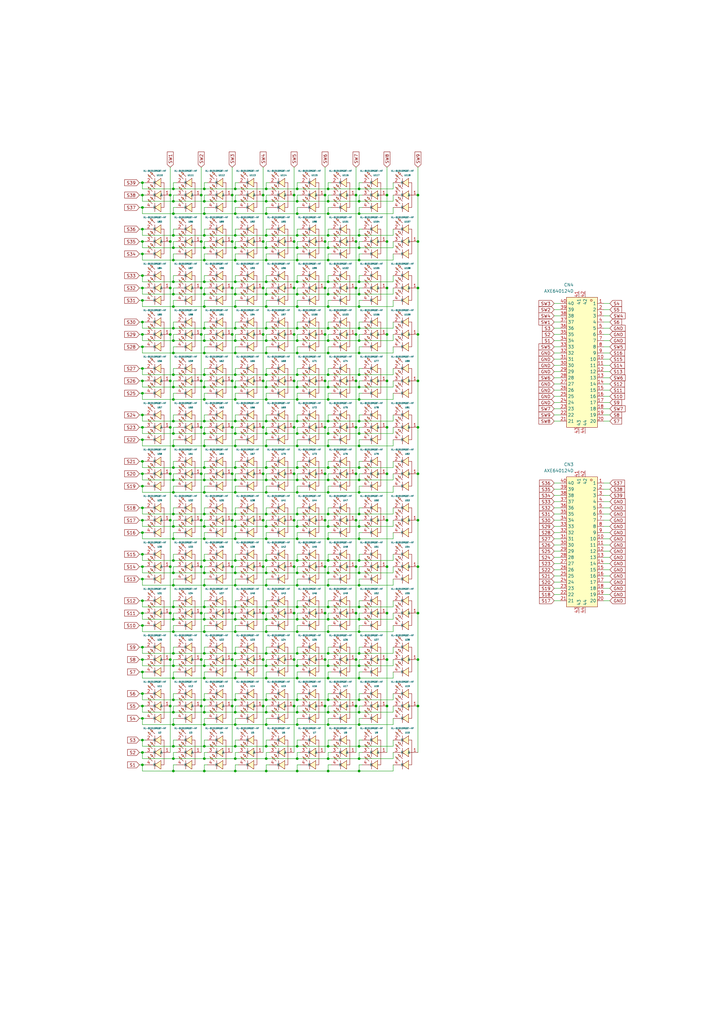
<source format=kicad_sch>
(kicad_sch (version 20250114) (generator "eeschema") (generator_version "9.0")
  (paper "A3" portrait)
  (title_block (title "ILM139C RGB LED matrix") (date "24.04.2025.") (rev "v0.1.0") (company "EDrTech d.o.o."))
  (junction (at 82.55 99.06))
  (junction (at 158.75 270.51))
  (junction (at 158.75 118.11))
  (junction (at 95.25 194.31))
  (junction (at 147.32 96.52))
  (junction (at 71.12 311.15))
  (junction (at 83.82 210.82))
  (junction (at 83.82 229.87))
  (junction (at 109.22 292.1))
  (junction (at 82.55 289.56))
  (junction (at 134.62 234.95))
  (junction (at 121.92 120.65))
  (junction (at 121.92 163.83))
  (junction (at 107.95 251.46))
  (junction (at 171.45 156.21))
  (junction (at 147.32 139.7))
  (junction (at 58.42 137.16))
  (junction (at 147.32 125.73))
  (junction (at 83.82 278.13))
  (junction (at 134.62 182.88))
  (junction (at 83.82 201.93))
  (junction (at 96.52 316.23))
  (junction (at 96.52 144.78))
  (junction (at 83.82 163.83))
  (junction (at 58.42 104.14))
  (junction (at 58.42 213.36))
  (junction (at 121.92 273.05))
  (junction (at 109.22 158.75))
  (junction (at 83.82 215.9))
  (junction (at 71.12 292.1))
  (junction (at 83.82 259.08))
  (junction (at 71.12 77.47))
  (junction (at 147.32 77.47))
  (junction (at 69.85 289.56))
  (junction (at 120.65 270.51))
  (junction (at 171.45 251.46))
  (junction (at 147.32 248.92))
  (junction (at 71.12 87.63))
  (junction (at 109.22 134.62))
  (junction (at 120.65 156.21))
  (junction (at 134.62 215.9))
  (junction (at 83.82 101.6))
  (junction (at 95.25 232.41))
  (junction (at 69.85 213.36))
  (junction (at 109.22 234.95))
  (junction (at 58.42 156.21))
  (junction (at 58.42 175.26))
  (junction (at 109.22 254))
  (junction (at 146.05 251.46))
  (junction (at 171.45 270.51))
  (junction (at 109.22 87.63))
  (junction (at 83.82 248.92))
  (junction (at 69.85 80.01))
  (junction (at 147.32 115.57))
  (junction (at 121.92 229.87))
  (junction (at 109.22 153.67))
  (junction (at 134.62 297.18))
  (junction (at 133.35 118.11))
  (junction (at 109.22 177.8))
  (junction (at 109.22 106.68))
  (junction (at 147.32 278.13))
  (junction (at 69.85 232.41))
  (junction (at 121.92 191.77))
  (junction (at 58.42 256.54))
  (junction (at 95.25 137.16))
  (junction (at 109.22 144.78))
  (junction (at 83.82 139.7))
  (junction (at 96.52 182.88))
  (junction (at 121.92 139.7))
  (junction (at 96.52 306.07))
  (junction (at 134.62 125.73))
  (junction (at 82.55 118.11))
  (junction (at 83.82 172.72))
  (junction (at 146.05 175.26))
  (junction (at 96.52 292.1))
  (junction (at 96.52 163.83))
  (junction (at 71.12 134.62))
  (junction (at 71.12 163.83))
  (junction (at 121.92 215.9))
  (junction (at 107.95 118.11))
  (junction (at 96.52 267.97))
  (junction (at 107.95 137.16))
  (junction (at 58.42 303.53))
  (junction (at 69.85 99.06))
  (junction (at 82.55 213.36))
  (junction (at 58.42 194.31))
  (junction (at 58.42 93.98))
  (junction (at 146.05 99.06))
  (junction (at 121.92 106.68))
  (junction (at 58.42 294.64))
  (junction (at 58.42 251.46))
  (junction (at 96.52 101.6))
  (junction (at 121.92 125.73))
  (junction (at 83.82 220.98))
  (junction (at 96.52 177.8))
  (junction (at 96.52 87.63))
  (junction (at 95.25 251.46))
  (junction (at 146.05 270.51))
  (junction (at 71.12 210.82))
  (junction (at 71.12 172.72))
  (junction (at 71.12 234.95))
  (junction (at 71.12 259.08))
  (junction (at 83.82 297.18))
  (junction (at 134.62 115.57))
  (junction (at 83.82 158.75))
  (junction (at 134.62 248.92))
  (junction (at 147.32 254))
  (junction (at 83.82 240.03))
  (junction (at 96.52 278.13))
  (junction (at 95.25 175.26))
  (junction (at 71.12 158.75))
  (junction (at 82.55 156.21))
  (junction (at 134.62 120.65))
  (junction (at 58.42 123.19))
  (junction (at 147.32 134.62))
  (junction (at 134.62 96.52))
  (junction (at 58.42 99.06))
  (junction (at 133.35 80.01))
  (junction (at 71.12 220.98))
  (junction (at 83.82 134.62))
  (junction (at 71.12 182.88))
  (junction (at 109.22 229.87))
  (junction (at 133.35 137.16))
  (junction (at 71.12 248.92))
  (junction (at 83.82 106.68))
  (junction (at 147.32 234.95))
  (junction (at 71.12 297.18))
  (junction (at 71.12 96.52))
  (junction (at 121.92 144.78))
  (junction (at 121.92 248.92))
  (junction (at 71.12 201.93))
  (junction (at 58.42 237.49))
  (junction (at 134.62 311.15))
  (junction (at 121.92 306.07))
  (junction (at 158.75 175.26))
  (junction (at 147.32 287.02))
  (junction (at 58.42 289.56))
  (junction (at 134.62 229.87))
  (junction (at 147.32 101.6))
  (junction (at 121.92 87.63))
  (junction (at 171.45 289.56))
  (junction (at 133.35 175.26))
  (junction (at 109.22 77.47))
  (junction (at 83.82 234.95))
  (junction (at 96.52 125.73))
  (junction (at 134.62 82.55))
  (junction (at 82.55 137.16))
  (junction (at 147.32 144.78))
  (junction (at 69.85 156.21))
  (junction (at 96.52 210.82))
  (junction (at 121.92 267.97))
  (junction (at 121.92 220.98))
  (junction (at 133.35 232.41))
  (junction (at 71.12 191.77))
  (junction (at 134.62 177.8))
  (junction (at 83.82 311.15))
  (junction (at 109.22 220.98))
  (junction (at 121.92 297.18))
  (junction (at 134.62 139.7))
  (junction (at 120.65 213.36))
  (junction (at 83.82 87.63))
  (junction (at 109.22 82.55))
  (junction (at 58.42 275.59))
  (junction (at 121.92 101.6))
  (junction (at 83.82 82.55))
  (junction (at 83.82 153.67))
  (junction (at 96.52 311.15))
  (junction (at 83.82 115.57))
  (junction (at 83.82 316.23))
  (junction (at 96.52 201.93))
  (junction (at 158.75 99.06))
  (junction (at 147.32 106.68))
  (junction (at 146.05 213.36))
  (junction (at 69.85 137.16))
  (junction (at 58.42 246.38))
  (junction (at 121.92 201.93))
  (junction (at 107.95 156.21))
  (junction (at 158.75 213.36))
  (junction (at 83.82 125.73))
  (junction (at 120.65 289.56))
  (junction (at 83.82 273.05))
  (junction (at 58.42 85.09))
  (junction (at 120.65 118.11))
  (junction (at 83.82 120.65))
  (junction (at 121.92 287.02))
  (junction (at 109.22 297.18))
  (junction (at 133.35 270.51))
  (junction (at 147.32 210.82))
  (junction (at 147.32 316.23))
  (junction (at 133.35 194.31))
  (junction (at 58.42 142.24))
  (junction (at 71.12 278.13))
  (junction (at 158.75 194.31))
  (junction (at 109.22 311.15))
  (junction (at 96.52 287.02))
  (junction (at 146.05 80.01))
  (junction (at 109.22 101.6))
  (junction (at 147.32 259.08))
  (junction (at 107.95 80.01))
  (junction (at 134.62 191.77))
  (junction (at 58.42 218.44))
  (junction (at 95.25 99.06))
  (junction (at 83.82 177.8))
  (junction (at 147.32 120.65))
  (junction (at 146.05 194.31))
  (junction (at 82.55 194.31))
  (junction (at 171.45 232.41))
  (junction (at 147.32 87.63))
  (junction (at 95.25 118.11))
  (junction (at 120.65 251.46))
  (junction (at 71.12 316.23))
  (junction (at 69.85 270.51))
  (junction (at 107.95 194.31))
  (junction (at 58.42 151.13))
  (junction (at 83.82 306.07))
  (junction (at 83.82 292.1))
  (junction (at 107.95 213.36))
  (junction (at 109.22 139.7))
  (junction (at 96.52 234.95))
  (junction (at 58.42 227.33))
  (junction (at 96.52 220.98))
  (junction (at 58.42 270.51))
  (junction (at 71.12 287.02))
  (junction (at 134.62 210.82))
  (junction (at 96.52 191.77))
  (junction (at 69.85 194.31))
  (junction (at 133.35 156.21))
  (junction (at 71.12 229.87))
  (junction (at 121.92 240.03))
  (junction (at 146.05 137.16))
  (junction (at 58.42 189.23))
  (junction (at 71.12 306.07))
  (junction (at 134.62 172.72))
  (junction (at 95.25 289.56))
  (junction (at 95.25 213.36))
  (junction (at 96.52 273.05))
  (junction (at 109.22 210.82))
  (junction (at 71.12 196.85))
  (junction (at 171.45 194.31))
  (junction (at 134.62 87.63))
  (junction (at 121.92 196.85))
  (junction (at 134.62 306.07))
  (junction (at 121.92 254))
  (junction (at 58.42 284.48))
  (junction (at 71.12 177.8))
  (junction (at 96.52 106.68))
  (junction (at 121.92 311.15))
  (junction (at 109.22 96.52))
  (junction (at 171.45 175.26))
  (junction (at 58.42 313.69))
  (junction (at 69.85 175.26))
  (junction (at 171.45 80.01))
  (junction (at 96.52 254))
  (junction (at 83.82 267.97))
  (junction (at 146.05 232.41))
  (junction (at 147.32 196.85))
  (junction (at 83.82 287.02))
  (junction (at 83.82 96.52))
  (junction (at 134.62 292.1))
  (junction (at 83.82 196.85))
  (junction (at 58.42 232.41))
  (junction (at 171.45 99.06))
  (junction (at 133.35 289.56))
  (junction (at 58.42 265.43))
  (junction (at 71.12 273.05))
  (junction (at 121.92 316.23))
  (junction (at 121.92 172.72))
  (junction (at 109.22 120.65))
  (junction (at 134.62 106.68))
  (junction (at 96.52 96.52))
  (junction (at 158.75 232.41))
  (junction (at 133.35 213.36))
  (junction (at 134.62 273.05))
  (junction (at 83.82 191.77))
  (junction (at 121.92 292.1))
  (junction (at 69.85 251.46))
  (junction (at 121.92 158.75))
  (junction (at 158.75 251.46))
  (junction (at 120.65 232.41))
  (junction (at 96.52 248.92))
  (junction (at 147.32 201.93))
  (junction (at 146.05 156.21))
  (junction (at 121.92 77.47))
  (junction (at 147.32 292.1))
  (junction (at 147.32 311.15))
  (junction (at 109.22 182.88))
  (junction (at 134.62 101.6))
  (junction (at 158.75 137.16))
  (junction (at 96.52 134.62))
  (junction (at 96.52 82.55))
  (junction (at 120.65 99.06))
  (junction (at 71.12 115.57))
  (junction (at 96.52 139.7))
  (junction (at 158.75 156.21))
  (junction (at 147.32 220.98))
  (junction (at 146.05 289.56))
  (junction (at 96.52 196.85))
  (junction (at 58.42 118.11))
  (junction (at 82.55 251.46))
  (junction (at 147.32 163.83))
  (junction (at 134.62 220.98))
  (junction (at 147.32 153.67))
  (junction (at 83.82 182.88))
  (junction (at 147.32 177.8))
  (junction (at 109.22 125.73))
  (junction (at 158.75 80.01))
  (junction (at 134.62 267.97))
  (junction (at 121.92 234.95))
  (junction (at 109.22 215.9))
  (junction (at 121.92 96.52))
  (junction (at 121.92 210.82))
  (junction (at 71.12 144.78))
  (junction (at 120.65 194.31))
  (junction (at 96.52 259.08))
  (junction (at 147.32 229.87))
  (junction (at 121.92 278.13))
  (junction (at 121.92 177.8))
  (junction (at 120.65 175.26))
  (junction (at 107.95 232.41))
  (junction (at 134.62 144.78))
  (junction (at 109.22 287.02))
  (junction (at 121.92 182.88))
  (junction (at 147.32 240.03))
  (junction (at 109.22 248.92))
  (junction (at 71.12 106.68))
  (junction (at 134.62 201.93))
  (junction (at 82.55 270.51))
  (junction (at 107.95 270.51))
  (junction (at 109.22 267.97))
  (junction (at 58.42 161.29))
  (junction (at 134.62 196.85))
  (junction (at 58.42 74.93))
  (junction (at 109.22 115.57))
  (junction (at 58.42 208.28))
  (junction (at 109.22 191.77))
  (junction (at 58.42 170.18))
  (junction (at 71.12 153.67))
  (junction (at 58.42 113.03))
  (junction (at 96.52 77.47))
  (junction (at 109.22 196.85))
  (junction (at 147.32 191.77))
  (junction (at 107.95 289.56))
  (junction (at 58.42 199.39))
  (junction (at 83.82 254))
  (junction (at 147.32 158.75))
  (junction (at 134.62 240.03))
  (junction (at 134.62 278.13))
  (junction (at 134.62 163.83))
  (junction (at 120.65 80.01))
  (junction (at 83.82 144.78))
  (junction (at 147.32 172.72))
  (junction (at 134.62 254))
  (junction (at 96.52 215.9))
  (junction (at 109.22 273.05))
  (junction (at 134.62 134.62))
  (junction (at 134.62 287.02))
  (junction (at 121.92 259.08))
  (junction (at 121.92 82.55))
  (junction (at 134.62 259.08))
  (junction (at 146.05 118.11))
  (junction (at 96.52 229.87))
  (junction (at 107.95 99.06))
  (junction (at 95.25 80.01))
  (junction (at 107.95 175.26))
  (junction (at 71.12 101.6))
  (junction (at 134.62 158.75))
  (junction (at 71.12 139.7))
  (junction (at 109.22 163.83))
  (junction (at 147.32 267.97))
  (junction (at 121.92 153.67))
  (junction (at 71.12 240.03))
  (junction (at 147.32 297.18))
  (junction (at 171.45 118.11))
  (junction (at 158.75 289.56))
  (junction (at 71.12 215.9))
  (junction (at 58.42 180.34))
  (junction (at 82.55 232.41))
  (junction (at 109.22 278.13))
  (junction (at 147.32 306.07))
  (junction (at 96.52 158.75))
  (junction (at 58.42 308.61))
  (junction (at 96.52 297.18))
  (junction (at 71.12 120.65))
  (junction (at 71.12 82.55))
  (junction (at 134.62 316.23))
  (junction (at 134.62 153.67))
  (junction (at 58.42 132.08))
  (junction (at 109.22 172.72))
  (junction (at 82.55 80.01))
  (junction (at 96.52 240.03))
  (junction (at 121.92 134.62))
  (junction (at 120.65 137.16))
  (junction (at 133.35 251.46))
  (junction (at 95.25 156.21))
  (junction (at 147.32 273.05))
  (junction (at 71.12 125.73))
  (junction (at 147.32 182.88))
  (junction (at 109.22 306.07))
  (junction (at 96.52 115.57))
  (junction (at 96.52 153.67))
  (junction (at 96.52 120.65))
  (junction (at 109.22 201.93))
  (junction (at 133.35 99.06))
  (junction (at 96.52 172.72))
  (junction (at 82.55 175.26))
  (junction (at 58.42 80.01))
  (junction (at 109.22 259.08))
  (junction (at 95.25 270.51))
  (junction (at 71.12 267.97))
  (junction (at 109.22 316.23))
  (junction (at 171.45 137.16))
  (junction (at 147.32 215.9))
  (junction (at 147.32 82.55))
  (junction (at 83.82 77.47))
  (junction (at 134.62 77.47))
  (junction (at 71.12 254))
  (junction (at 121.92 115.57))
  (junction (at 69.85 118.11))
  (junction (at 171.45 213.36))
  (junction (at 109.22 240.03))
  (wire (pts (xy 134.62 308.61) (xy 134.62 311.15)))
  (wire (pts (xy 134.62 172.72) (xy 147.32 172.72)))
  (wire (pts (xy 83.82 118.11) (xy 83.82 120.65)))
  (wire (pts (xy 71.12 163.83) (xy 83.82 163.83)))
  (wire (pts (xy 71.12 99.06) (xy 71.12 101.6)))
  (wire (pts (xy 83.82 210.82) (xy 96.52 210.82)))
  (wire (pts (xy 135.89 294.64) (xy 134.62 294.64)))
  (wire (pts (xy 83.82 191.77) (xy 96.52 191.77)))
  (wire (pts (xy 83.82 287.02) (xy 96.52 287.02)))
  (wire (pts (xy 148.59 189.23) (xy 147.32 189.23)))
  (wire (pts (xy 96.52 180.34) (xy 96.52 182.88)))
  (wire (pts (xy 148.59 85.09) (xy 147.32 85.09)))
  (wire (pts (xy 85.09 175.26) (xy 83.82 175.26)))
  (wire (pts (xy 121.92 229.87) (xy 134.62 229.87)))
  (wire (pts (xy 147.32 99.06) (xy 147.32 101.6)))
  (wire (pts (xy 71.12 123.19) (xy 71.12 125.73)))
  (wire (pts (xy 123.19 237.49) (xy 121.92 237.49)))
  (wire (pts (xy 85.09 289.56) (xy 83.82 289.56)))
  (wire (pts (xy 96.52 156.21) (xy 96.52 158.75)))
  (wire (pts (xy 121.92 284.48) (xy 121.92 287.02)))
  (wire (pts (xy 69.85 232.41) (xy 69.85 251.46)))
  (wire (pts (xy 148.59 284.48) (xy 147.32 284.48)))
  (wire (pts (xy 95.25 68.58) (xy 95.25 80.01)))
  (wire (pts (xy 123.19 294.64) (xy 121.92 294.64)))
  (wire (pts (xy 109.22 316.23) (xy 121.92 316.23)))
  (wire (pts (xy 69.85 251.46) (xy 69.85 270.51)))
  (wire (pts (xy 96.52 104.14) (xy 96.52 106.68)))
  (wire (pts (xy 85.09 313.69) (xy 83.82 313.69)))
  (wire (pts (xy 96.52 267.97) (xy 109.22 267.97)))
  (wire (pts (xy 161.29 267.97) (xy 161.29 265.43)))
  (wire (pts (xy 121.92 191.77) (xy 134.62 191.77)))
  (wire (pts (xy 58.42 284.48) (xy 58.42 287.02)))
  (wire (pts (xy 58.42 292.1) (xy 71.12 292.1)))
  (wire (pts (xy 250.19 200.66) (xy 247.65 200.66)))
  (wire (pts (xy 121.92 106.68) (xy 134.62 106.68)))
  (wire (pts (xy 229.87 215.9) (xy 227.33 215.9)))
  (wire (pts (xy 71.12 74.93) (xy 71.12 77.47)))
  (wire (pts (xy 57.15 227.33) (xy 58.42 227.33)))
  (wire (pts (xy 96.52 139.7) (xy 109.22 139.7)))
  (wire (pts (xy 58.42 265.43) (xy 59.69 265.43)))
  (wire (pts (xy 134.62 240.03) (xy 147.32 240.03)))
  (wire (pts (xy 58.42 303.53) (xy 58.42 306.07)))
  (wire (pts (xy 82.55 175.26) (xy 82.55 194.31)))
  (wire (pts (xy 109.22 163.83) (xy 121.92 163.83)))
  (wire (pts (xy 109.22 267.97) (xy 121.92 267.97)))
  (wire (pts (xy 107.95 289.56) (xy 107.95 308.61)))
  (wire (pts (xy 107.95 213.36) (xy 107.95 232.41)))
  (wire (pts (xy 85.09 308.61) (xy 83.82 308.61)))
  (wire (pts (xy 134.62 306.07) (xy 147.32 306.07)))
  (wire (pts (xy 96.52 144.78) (xy 109.22 144.78)))
  (wire (pts (xy 146.05 80.01) (xy 146.05 99.06)))
  (wire (pts (xy 83.82 85.09) (xy 83.82 87.63)))
  (wire (pts (xy 135.89 137.16) (xy 134.62 137.16)))
  (wire (pts (xy 96.52 294.64) (xy 96.52 297.18)))
  (wire (pts (xy 107.95 156.21) (xy 107.95 175.26)))
  (wire (pts (xy 97.79 256.54) (xy 96.52 256.54)))
  (wire (pts (xy 229.87 246.38) (xy 227.33 246.38)))
  (wire (pts (xy 133.35 156.21) (xy 133.35 175.26)))
  (wire (pts (xy 97.79 194.31) (xy 96.52 194.31)))
  (wire (pts (xy 135.89 170.18) (xy 134.62 170.18)))
  (wire (pts (xy 134.62 275.59) (xy 134.62 278.13)))
  (wire (pts (xy 96.52 234.95) (xy 109.22 234.95)))
  (wire (pts (xy 72.39 151.13) (xy 71.12 151.13)))
  (wire (pts (xy 146.05 213.36) (xy 146.05 232.41)))
  (wire (pts (xy 147.32 93.98) (xy 147.32 96.52)))
  (wire (pts (xy 72.39 194.31) (xy 71.12 194.31)))
  (wire (pts (xy 97.79 99.06) (xy 96.52 99.06)))
  (wire (pts (xy 58.42 248.92) (xy 71.12 248.92)))
  (wire (pts (xy 109.22 220.98) (xy 121.92 220.98)))
  (wire (pts (xy 57.15 175.26) (xy 58.42 175.26)))
  (wire (pts (xy 134.62 96.52) (xy 147.32 96.52)))
  (wire (pts (xy 97.79 303.53) (xy 96.52 303.53)))
  (wire (pts (xy 110.49 104.14) (xy 109.22 104.14)))
  (wire (pts (xy 97.79 199.39) (xy 96.52 199.39)))
  (wire (pts (xy 171.45 270.51) (xy 171.45 289.56)))
  (wire (pts (xy 71.12 251.46) (xy 71.12 254)))
  (wire (pts (xy 121.92 175.26) (xy 121.92 177.8)))
  (wire (pts (xy 96.52 273.05) (xy 109.22 273.05)))
  (wire (pts (xy 58.42 199.39) (xy 59.69 199.39)))
  (wire (pts (xy 85.09 194.31) (xy 83.82 194.31)))
  (wire (pts (xy 158.75 156.21) (xy 158.75 175.26)))
  (wire (pts (xy 147.32 316.23) (xy 161.29 316.23)))
  (wire (pts (xy 85.09 199.39) (xy 83.82 199.39)))
  (wire (pts (xy 135.89 80.01) (xy 134.62 80.01)))
  (wire (pts (xy 58.42 237.49) (xy 59.69 237.49)))
  (wire (pts (xy 58.42 256.54) (xy 59.69 256.54)))
  (wire (pts (xy 110.49 175.26) (xy 109.22 175.26)))
  (wire (pts (xy 83.82 175.26) (xy 83.82 177.8)))
  (wire (pts (xy 227.33 144.78) (xy 229.87 144.78)))
  (wire (pts (xy 72.39 246.38) (xy 71.12 246.38)))
  (wire (pts (xy 123.19 175.26) (xy 121.92 175.26)))
  (wire (pts (xy 96.52 199.39) (xy 96.52 201.93)))
  (wire (pts (xy 72.39 218.44) (xy 71.12 218.44)))
  (wire (pts (xy 83.82 292.1) (xy 96.52 292.1)))
  (wire (pts (xy 69.85 175.26) (xy 69.85 194.31)))
  (wire (pts (xy 134.62 134.62) (xy 147.32 134.62)))
  (wire (pts (xy 58.42 278.13) (xy 71.12 278.13)))
  (wire (pts (xy 147.32 218.44) (xy 147.32 220.98)))
  (wire (pts (xy 71.12 289.56) (xy 71.12 292.1)))
  (wire (pts (xy 95.25 118.11) (xy 95.25 137.16)))
  (wire (pts (xy 85.09 80.01) (xy 83.82 80.01)))
  (wire (pts (xy 97.79 170.18) (xy 96.52 170.18)))
  (wire (pts (xy 121.92 96.52) (xy 134.62 96.52)))
  (wire (pts (xy 134.62 210.82) (xy 147.32 210.82)))
  (wire (pts (xy 161.29 306.07) (xy 161.29 303.53)))
  (wire (pts (xy 121.92 93.98) (xy 121.92 96.52)))
  (wire (pts (xy 71.12 246.38) (xy 71.12 248.92)))
  (wire (pts (xy 147.32 259.08) (xy 161.29 259.08)))
  (wire (pts (xy 109.22 292.1) (xy 121.92 292.1)))
  (wire (pts (xy 146.05 270.51) (xy 146.05 289.56)))
  (wire (pts (xy 97.79 161.29) (xy 96.52 161.29)))
  (wire (pts (xy 83.82 151.13) (xy 83.82 153.67)))
  (wire (pts (xy 97.79 246.38) (xy 96.52 246.38)))
  (wire (pts (xy 135.89 104.14) (xy 134.62 104.14)))
  (wire (pts (xy 83.82 125.73) (xy 96.52 125.73)))
  (wire (pts (xy 97.79 151.13) (xy 96.52 151.13)))
  (wire (pts (xy 85.09 237.49) (xy 83.82 237.49)))
  (wire (pts (xy 135.89 93.98) (xy 134.62 93.98)))
  (wire (pts (xy 134.62 137.16) (xy 134.62 139.7)))
  (wire (pts (xy 109.22 265.43) (xy 109.22 267.97)))
  (wire (pts (xy 250.19 172.72) (xy 247.65 172.72)))
  (wire (pts (xy 121.92 240.03) (xy 134.62 240.03)))
  (wire (pts (xy 109.22 284.48) (xy 109.22 287.02)))
  (wire (pts (xy 58.42 199.39) (xy 58.42 201.93)))
  (wire (pts (xy 229.87 129.54) (xy 227.33 129.54)))
  (wire (pts (xy 71.12 227.33) (xy 71.12 229.87)))
  (wire (pts (xy 72.39 199.39) (xy 71.12 199.39)))
  (wire (pts (xy 121.92 287.02) (xy 134.62 287.02)))
  (wire (pts (xy 58.42 308.61) (xy 59.69 308.61)))
  (wire (pts (xy 121.92 308.61) (xy 121.92 311.15)))
  (wire (pts (xy 134.62 201.93) (xy 147.32 201.93)))
  (wire (pts (xy 109.22 132.08) (xy 109.22 134.62)))
  (wire (pts (xy 109.22 80.01) (xy 109.22 82.55)))
  (wire (pts (xy 71.12 256.54) (xy 71.12 259.08)))
  (wire (pts (xy 121.92 278.13) (xy 134.62 278.13)))
  (wire (pts (xy 158.75 118.11) (xy 158.75 137.16)))
  (wire (pts (xy 147.32 170.18) (xy 147.32 172.72)))
  (wire (pts (xy 96.52 240.03) (xy 109.22 240.03)))
  (wire (pts (xy 72.39 308.61) (xy 71.12 308.61)))
  (wire (pts (xy 121.92 139.7) (xy 134.62 139.7)))
  (wire (pts (xy 109.22 251.46) (xy 109.22 254)))
  (wire (pts (xy 147.32 227.33) (xy 147.32 229.87)))
  (wire (pts (xy 57.15 104.14) (xy 58.42 104.14)))
  (wire (pts (xy 110.49 294.64) (xy 109.22 294.64)))
  (wire (pts (xy 58.42 163.83) (xy 71.12 163.83)))
  (wire (pts (xy 146.05 175.26) (xy 146.05 194.31)))
  (wire (pts (xy 58.42 182.88) (xy 71.12 182.88)))
  (wire (pts (xy 95.25 213.36) (xy 95.25 232.41)))
  (wire (pts (xy 109.22 142.24) (xy 109.22 144.78)))
  (wire (pts (xy 148.59 275.59) (xy 147.32 275.59)))
  (wire (pts (xy 229.87 243.84) (xy 227.33 243.84)))
  (wire (pts (xy 123.19 137.16) (xy 121.92 137.16)))
  (wire (pts (xy 147.32 199.39) (xy 147.32 201.93)))
  (wire (pts (xy 148.59 199.39) (xy 147.32 199.39)))
  (wire (pts (xy 134.62 191.77) (xy 147.32 191.77)))
  (wire (pts (xy 97.79 289.56) (xy 96.52 289.56)))
  (wire (pts (xy 97.79 142.24) (xy 96.52 142.24)))
  (wire (pts (xy 72.39 137.16) (xy 71.12 137.16)))
  (wire (pts (xy 57.15 213.36) (xy 58.42 213.36)))
  (wire (pts (xy 72.39 265.43) (xy 71.12 265.43)))
  (wire (pts (xy 147.32 208.28) (xy 147.32 210.82)))
  (wire (pts (xy 121.92 153.67) (xy 134.62 153.67)))
  (wire (pts (xy 134.62 292.1) (xy 147.32 292.1)))
  (wire (pts (xy 72.39 85.09) (xy 71.12 85.09)))
  (wire (pts (xy 58.42 259.08) (xy 71.12 259.08)))
  (wire (pts (xy 71.12 265.43) (xy 71.12 267.97)))
  (wire (pts (xy 58.42 80.01) (xy 59.69 80.01)))
  (wire (pts (xy 250.19 208.28) (xy 247.65 208.28)))
  (wire (pts (xy 96.52 120.65) (xy 109.22 120.65)))
  (wire (pts (xy 146.05 251.46) (xy 146.05 270.51)))
  (wire (pts (xy 69.85 289.56) (xy 69.85 308.61)))
  (wire (pts (xy 71.12 208.28) (xy 71.12 210.82)))
  (wire (pts (xy 171.45 137.16) (xy 171.45 156.21)))
  (wire (pts (xy 147.32 251.46) (xy 147.32 254)))
  (wire (pts (xy 96.52 215.9) (xy 109.22 215.9)))
  (wire (pts (xy 147.32 120.65) (xy 161.29 120.65)))
  (wire (pts (xy 82.55 99.06) (xy 82.55 118.11)))
  (wire (pts (xy 83.82 87.63) (xy 96.52 87.63)))
  (wire (pts (xy 71.12 308.61) (xy 71.12 311.15)))
  (wire (pts (xy 71.12 96.52) (xy 83.82 96.52)))
  (wire (pts (xy 58.42 196.85) (xy 71.12 196.85)))
  (wire (pts (xy 134.62 115.57) (xy 147.32 115.57)))
  (wire (pts (xy 147.32 137.16) (xy 147.32 139.7)))
  (wire (pts (xy 147.32 229.87) (xy 161.29 229.87)))
  (wire (pts (xy 71.12 199.39) (xy 71.12 201.93)))
  (wire (pts (xy 83.82 189.23) (xy 83.82 191.77)))
  (wire (pts (xy 96.52 306.07) (xy 109.22 306.07)))
  (wire (pts (xy 109.22 172.72) (xy 121.92 172.72)))
  (wire (pts (xy 158.75 68.58) (xy 158.75 80.01)))
  (wire (pts (xy 161.29 287.02) (xy 161.29 284.48)))
  (wire (pts (xy 121.92 273.05) (xy 134.62 273.05)))
  (wire (pts (xy 109.22 208.28) (xy 109.22 210.82)))
  (wire (pts (xy 135.89 123.19) (xy 134.62 123.19)))
  (wire (pts (xy 134.62 132.08) (xy 134.62 134.62)))
  (wire (pts (xy 123.19 85.09) (xy 121.92 85.09)))
  (wire (pts (xy 109.22 215.9) (xy 121.92 215.9)))
  (wire (pts (xy 57.15 251.46) (xy 58.42 251.46)))
  (wire (pts (xy 109.22 153.67) (xy 121.92 153.67)))
  (wire (pts (xy 83.82 278.13) (xy 96.52 278.13)))
  (wire (pts (xy 110.49 237.49) (xy 109.22 237.49)))
  (wire (pts (xy 58.42 251.46) (xy 58.42 254)))
  (wire (pts (xy 58.42 125.73) (xy 71.12 125.73)))
  (wire (pts (xy 146.05 68.58) (xy 146.05 80.01)))
  (wire (pts (xy 229.87 172.72) (xy 227.33 172.72)))
  (wire (pts (xy 121.92 208.28) (xy 121.92 210.82)))
  (wire (pts (xy 72.39 284.48) (xy 71.12 284.48)))
  (wire (pts (xy 123.19 208.28) (xy 121.92 208.28)))
  (wire (pts (xy 85.09 251.46) (xy 83.82 251.46)))
  (wire (pts (xy 109.22 74.93) (xy 109.22 77.47)))
  (wire (pts (xy 72.39 118.11) (xy 71.12 118.11)))
  (wire (pts (xy 69.85 99.06) (xy 69.85 118.11)))
  (wire (pts (xy 227.33 152.4) (xy 229.87 152.4)))
  (wire (pts (xy 161.29 292.1) (xy 161.29 289.56)))
  (wire (pts (xy 134.62 144.78) (xy 147.32 144.78)))
  (wire (pts (xy 109.22 113.03) (xy 109.22 115.57)))
  (wire (pts (xy 147.32 278.13) (xy 161.29 278.13)))
  (wire (pts (xy 134.62 125.73) (xy 147.32 125.73)))
  (wire (pts (xy 95.25 251.46) (xy 95.25 270.51)))
  (wire (pts (xy 133.35 175.26) (xy 133.35 194.31)))
  (wire (pts (xy 58.42 93.98) (xy 58.42 96.52)))
  (wire (pts (xy 121.92 161.29) (xy 121.92 163.83)))
  (wire (pts (xy 85.09 99.06) (xy 83.82 99.06)))
  (wire (pts (xy 110.49 180.34) (xy 109.22 180.34)))
  (wire (pts (xy 71.12 210.82) (xy 83.82 210.82)))
  (wire (pts (xy 134.62 189.23) (xy 134.62 191.77)))
  (wire (pts (xy 109.22 199.39) (xy 109.22 201.93)))
  (wire (pts (xy 71.12 106.68) (xy 83.82 106.68)))
  (wire (pts (xy 72.39 180.34) (xy 71.12 180.34)))
  (wire (pts (xy 96.52 196.85) (xy 109.22 196.85)))
  (wire (pts (xy 147.32 213.36) (xy 147.32 215.9)))
  (wire (pts (xy 83.82 234.95) (xy 96.52 234.95)))
  (wire (pts (xy 96.52 163.83) (xy 109.22 163.83)))
  (wire (pts (xy 121.92 213.36) (xy 121.92 215.9)))
  (wire (pts (xy 58.42 218.44) (xy 59.69 218.44)))
  (wire (pts (xy 229.87 167.64) (xy 227.33 167.64)))
  (wire (pts (xy 123.19 270.51) (xy 121.92 270.51)))
  (wire (pts (xy 85.09 85.09) (xy 83.82 85.09)))
  (wire (pts (xy 147.32 134.62) (xy 161.29 134.62)))
  (wire (pts (xy 71.12 240.03) (xy 83.82 240.03)))
  (wire (pts (xy 72.39 313.69) (xy 71.12 313.69)))
  (wire (pts (xy 71.12 175.26) (xy 71.12 177.8)))
  (wire (pts (xy 161.29 134.62) (xy 161.29 132.08)))
  (wire (pts (xy 85.09 118.11) (xy 83.82 118.11)))
  (wire (pts (xy 134.62 139.7) (xy 147.32 139.7)))
  (wire (pts (xy 147.32 189.23) (xy 147.32 191.77)))
  (wire (pts (xy 71.12 267.97) (xy 83.82 267.97)))
  (wire (pts (xy 96.52 265.43) (xy 96.52 267.97)))
  (wire (pts (xy 135.89 303.53) (xy 134.62 303.53)))
  (wire (pts (xy 161.29 215.9) (xy 161.29 213.36)))
  (wire (pts (xy 96.52 123.19) (xy 96.52 125.73)))
  (wire (pts (xy 123.19 213.36) (xy 121.92 213.36)))
  (wire (pts (xy 227.33 165.1) (xy 229.87 165.1)))
  (wire (pts (xy 147.32 144.78) (xy 161.29 144.78)))
  (wire (pts (xy 58.42 77.47) (xy 71.12 77.47)))
  (wire (pts (xy 158.75 251.46) (xy 158.75 270.51)))
  (wire (pts (xy 121.92 99.06) (xy 121.92 101.6)))
  (wire (pts (xy 71.12 191.77) (xy 83.82 191.77)))
  (wire (pts (xy 229.87 213.36) (xy 227.33 213.36)))
  (wire (pts (xy 110.49 74.93) (xy 109.22 74.93)))
  (wire (pts (xy 71.12 125.73) (xy 83.82 125.73)))
  (wire (pts (xy 134.62 153.67) (xy 147.32 153.67)))
  (wire (pts (xy 58.42 213.36) (xy 59.69 213.36)))
  (wire (pts (xy 71.12 234.95) (xy 83.82 234.95)))
  (wire (pts (xy 161.29 139.7) (xy 161.29 137.16)))
  (wire (pts (xy 229.87 200.66) (xy 227.33 200.66)))
  (wire (pts (xy 250.19 165.1) (xy 247.65 165.1)))
  (wire (pts (xy 121.92 218.44) (xy 121.92 220.98)))
  (wire (pts (xy 161.29 191.77) (xy 161.29 189.23)))
  (wire (pts (xy 83.82 289.56) (xy 83.82 292.1)))
  (wire (pts (xy 109.22 289.56) (xy 109.22 292.1)))
  (wire (pts (xy 135.89 313.69) (xy 134.62 313.69)))
  (wire (pts (xy 83.82 80.01) (xy 83.82 82.55)))
  (wire (pts (xy 161.29 101.6) (xy 161.29 99.06)))
  (wire (pts (xy 85.09 137.16) (xy 83.82 137.16)))
  (wire (pts (xy 97.79 118.11) (xy 96.52 118.11)))
  (wire (pts (xy 135.89 180.34) (xy 134.62 180.34)))
  (wire (pts (xy 96.52 132.08) (xy 96.52 134.62)))
  (wire (pts (xy 229.87 142.24) (xy 227.33 142.24)))
  (wire (pts (xy 109.22 194.31) (xy 109.22 196.85)))
  (wire (pts (xy 109.22 232.41) (xy 109.22 234.95)))
  (wire (pts (xy 147.32 256.54) (xy 147.32 259.08)))
  (wire (pts (xy 57.15 232.41) (xy 58.42 232.41)))
  (wire (pts (xy 58.42 240.03) (xy 71.12 240.03)))
  (wire (pts (xy 83.82 123.19) (xy 83.82 125.73)))
  (wire (pts (xy 82.55 270.51) (xy 82.55 289.56)))
  (wire (pts (xy 97.79 313.69) (xy 96.52 313.69)))
  (wire (pts (xy 58.42 208.28) (xy 58.42 210.82)))
  (wire (pts (xy 95.25 80.01) (xy 95.25 99.06)))
  (wire (pts (xy 57.15 93.98) (xy 58.42 93.98)))
  (wire (pts (xy 146.05 289.56) (xy 146.05 308.61)))
  (wire (pts (xy 134.62 156.21) (xy 134.62 158.75)))
  (wire (pts (xy 147.32 125.73) (xy 161.29 125.73)))
  (wire (pts (xy 85.09 275.59) (xy 83.82 275.59)))
  (wire (pts (xy 121.92 289.56) (xy 121.92 292.1)))
  (wire (pts (xy 134.62 161.29) (xy 134.62 163.83)))
  (wire (pts (xy 121.92 80.01) (xy 121.92 82.55)))
  (wire (pts (xy 147.32 87.63) (xy 161.29 87.63)))
  (wire (pts (xy 134.62 194.31) (xy 134.62 196.85)))
  (wire (pts (xy 133.35 213.36) (xy 133.35 232.41)))
  (wire (pts (xy 96.52 87.63) (xy 109.22 87.63)))
  (wire (pts (xy 134.62 163.83) (xy 147.32 163.83)))
  (wire (pts (xy 109.22 210.82) (xy 121.92 210.82)))
  (wire (pts (xy 147.32 297.18) (xy 161.29 297.18)))
  (wire (pts (xy 147.32 311.15) (xy 161.29 311.15)))
  (wire (pts (xy 135.89 218.44) (xy 134.62 218.44)))
  (wire (pts (xy 58.42 115.57) (xy 71.12 115.57)))
  (wire (pts (xy 158.75 137.16) (xy 158.75 156.21)))
  (wire (pts (xy 250.19 160.02) (xy 247.65 160.02)))
  (wire (pts (xy 121.92 156.21) (xy 121.92 158.75)))
  (wire (pts (xy 57.15 137.16) (xy 58.42 137.16)))
  (wire (pts (xy 109.22 311.15) (xy 121.92 311.15)))
  (wire (pts (xy 147.32 232.41) (xy 147.32 234.95)))
  (wire (pts (xy 250.19 129.54) (xy 247.65 129.54)))
  (wire (pts (xy 71.12 156.21) (xy 71.12 158.75)))
  (wire (pts (xy 110.49 151.13) (xy 109.22 151.13)))
  (wire (pts (xy 58.42 306.07) (xy 71.12 306.07)))
  (wire (pts (xy 97.79 189.23) (xy 96.52 189.23)))
  (wire (pts (xy 121.92 265.43) (xy 121.92 267.97)))
  (wire (pts (xy 148.59 303.53) (xy 147.32 303.53)))
  (wire (pts (xy 58.42 132.08) (xy 58.42 134.62)))
  (wire (pts (xy 57.15 156.21) (xy 58.42 156.21)))
  (wire (pts (xy 121.92 254) (xy 134.62 254)))
  (wire (pts (xy 135.89 275.59) (xy 134.62 275.59)))
  (wire (pts (xy 229.87 218.44) (xy 227.33 218.44)))
  (wire (pts (xy 123.19 189.23) (xy 121.92 189.23)))
  (wire (pts (xy 121.92 132.08) (xy 121.92 134.62)))
  (wire (pts (xy 83.82 294.64) (xy 83.82 297.18)))
  (wire (pts (xy 135.89 85.09) (xy 134.62 85.09)))
  (wire (pts (xy 229.87 132.08) (xy 227.33 132.08)))
  (wire (pts (xy 123.19 161.29) (xy 121.92 161.29)))
  (wire (pts (xy 97.79 113.03) (xy 96.52 113.03)))
  (wire (pts (xy 134.62 218.44) (xy 134.62 220.98)))
  (wire (pts (xy 71.12 259.08) (xy 83.82 259.08)))
  (wire (pts (xy 72.39 175.26) (xy 71.12 175.26)))
  (wire (pts (xy 58.42 237.49) (xy 58.42 240.03)))
  (wire (pts (xy 110.49 256.54) (xy 109.22 256.54)))
  (wire (pts (xy 134.62 87.63) (xy 147.32 87.63)))
  (wire (pts (xy 83.82 297.18) (xy 96.52 297.18)))
  (wire (pts (xy 58.42 123.19) (xy 58.42 125.73)))
  (wire (pts (xy 135.89 189.23) (xy 134.62 189.23)))
  (wire (pts (xy 250.19 210.82) (xy 247.65 210.82)))
  (wire (pts (xy 71.12 248.92) (xy 83.82 248.92)))
  (wire (pts (xy 109.22 134.62) (xy 121.92 134.62)))
  (wire (pts (xy 71.12 229.87) (xy 83.82 229.87)))
  (wire (pts (xy 121.92 256.54) (xy 121.92 259.08)))
  (wire (pts (xy 57.15 99.06) (xy 58.42 99.06)))
  (wire (pts (xy 171.45 213.36) (xy 171.45 232.41)))
  (wire (pts (xy 171.45 194.31) (xy 171.45 213.36)))
  (wire (pts (xy 134.62 142.24) (xy 134.62 144.78)))
  (wire (pts (xy 96.52 210.82) (xy 109.22 210.82)))
  (wire (pts (xy 72.39 213.36) (xy 71.12 213.36)))
  (wire (pts (xy 134.62 251.46) (xy 134.62 254)))
  (wire (pts (xy 229.87 226.06) (xy 227.33 226.06)))
  (wire (pts (xy 58.42 180.34) (xy 58.42 182.88)))
  (wire (pts (xy 96.52 227.33) (xy 96.52 229.87)))
  (wire (pts (xy 171.45 99.06) (xy 171.45 118.11)))
  (wire (pts (xy 57.15 132.08) (xy 58.42 132.08)))
  (wire (pts (xy 161.29 248.92) (xy 161.29 246.38)))
  (wire (pts (xy 161.29 77.47) (xy 161.29 74.93)))
  (wire (pts (xy 69.85 68.58) (xy 69.85 80.01)))
  (wire (pts (xy 97.79 270.51) (xy 96.52 270.51)))
  (wire (pts (xy 83.82 215.9) (xy 96.52 215.9)))
  (wire (pts (xy 57.15 303.53) (xy 58.42 303.53)))
  (wire (pts (xy 96.52 113.03) (xy 96.52 115.57)))
  (wire (pts (xy 229.87 228.6) (xy 227.33 228.6)))
  (wire (pts (xy 83.82 265.43) (xy 83.82 267.97)))
  (wire (pts (xy 69.85 118.11) (xy 69.85 137.16)))
  (wire (pts (xy 121.92 77.47) (xy 134.62 77.47)))
  (wire (pts (xy 72.39 208.28) (xy 71.12 208.28)))
  (wire (pts (xy 85.09 294.64) (xy 83.82 294.64)))
  (wire (pts (xy 147.32 234.95) (xy 161.29 234.95)))
  (wire (pts (xy 110.49 93.98) (xy 109.22 93.98)))
  (wire (pts (xy 121.92 123.19) (xy 121.92 125.73)))
  (wire (pts (xy 83.82 182.88) (xy 96.52 182.88)))
  (wire (pts (xy 147.32 106.68) (xy 161.29 106.68)))
  (wire (pts (xy 120.65 118.11) (xy 120.65 137.16)))
  (wire (pts (xy 148.59 251.46) (xy 147.32 251.46)))
  (wire (pts (xy 96.52 289.56) (xy 96.52 292.1)))
  (wire (pts (xy 109.22 82.55) (xy 121.92 82.55)))
  (wire (pts (xy 121.92 137.16) (xy 121.92 139.7)))
  (wire (pts (xy 58.42 275.59) (xy 58.42 278.13)))
  (wire (pts (xy 58.42 137.16) (xy 59.69 137.16)))
  (wire (pts (xy 71.12 284.48) (xy 71.12 287.02)))
  (wire (pts (xy 121.92 163.83) (xy 134.62 163.83)))
  (wire (pts (xy 109.22 248.92) (xy 121.92 248.92)))
  (wire (pts (xy 71.12 218.44) (xy 71.12 220.98)))
  (wire (pts (xy 250.19 226.06) (xy 247.65 226.06)))
  (wire (pts (xy 97.79 123.19) (xy 96.52 123.19)))
  (wire (pts (xy 250.19 220.98) (xy 247.65 220.98)))
  (wire (pts (xy 121.92 248.92) (xy 134.62 248.92)))
  (wire (pts (xy 71.12 170.18) (xy 71.12 172.72)))
  (wire (pts (xy 58.42 246.38) (xy 59.69 246.38)))
  (wire (pts (xy 123.19 93.98) (xy 121.92 93.98)))
  (wire (pts (xy 83.82 284.48) (xy 83.82 287.02)))
  (wire (pts (xy 72.39 227.33) (xy 71.12 227.33)))
  (wire (pts (xy 120.65 251.46) (xy 120.65 270.51)))
  (wire (pts (xy 109.22 229.87) (xy 121.92 229.87)))
  (wire (pts (xy 147.32 158.75) (xy 161.29 158.75)))
  (wire (pts (xy 57.15 265.43) (xy 58.42 265.43)))
  (wire (pts (xy 250.19 205.74) (xy 247.65 205.74)))
  (wire (pts (xy 123.19 218.44) (xy 121.92 218.44)))
  (wire (pts (xy 147.32 294.64) (xy 147.32 297.18)))
  (wire (pts (xy 83.82 74.93) (xy 83.82 77.47)))
  (wire (pts (xy 71.12 270.51) (xy 71.12 273.05)))
  (wire (pts (xy 71.12 85.09) (xy 71.12 87.63)))
  (wire (pts (xy 123.19 265.43) (xy 121.92 265.43)))
  (wire (pts (xy 110.49 308.61) (xy 109.22 308.61)))
  (wire (pts (xy 58.42 118.11) (xy 59.69 118.11)))
  (wire (pts (xy 58.42 104.14) (xy 59.69 104.14)))
  (wire (pts (xy 250.19 223.52) (xy 247.65 223.52)))
  (wire (pts (xy 72.39 303.53) (xy 71.12 303.53)))
  (wire (pts (xy 96.52 218.44) (xy 96.52 220.98)))
  (wire (pts (xy 57.15 85.09) (xy 58.42 85.09)))
  (wire (pts (xy 71.12 137.16) (xy 71.12 139.7)))
  (wire (pts (xy 121.92 120.65) (xy 134.62 120.65)))
  (wire (pts (xy 96.52 118.11) (xy 96.52 120.65)))
  (wire (pts (xy 71.12 120.65) (xy 83.82 120.65)))
  (wire (pts (xy 123.19 246.38) (xy 121.92 246.38)))
  (wire (pts (xy 121.92 180.34) (xy 121.92 182.88)))
  (wire (pts (xy 109.22 177.8) (xy 121.92 177.8)))
  (wire (pts (xy 134.62 101.6) (xy 147.32 101.6)))
  (wire (pts (xy 58.42 172.72) (xy 71.12 172.72)))
  (wire (pts (xy 227.33 162.56) (xy 229.87 162.56)))
  (wire (pts (xy 71.12 254) (xy 83.82 254)))
  (wire (pts (xy 123.19 284.48) (xy 121.92 284.48)))
  (wire (pts (xy 83.82 161.29) (xy 83.82 163.83)))
  (wire (pts (xy 58.42 297.18) (xy 71.12 297.18)))
  (wire (pts (xy 109.22 156.21) (xy 109.22 158.75)))
  (wire (pts (xy 107.95 194.31) (xy 107.95 213.36)))
  (wire (pts (xy 58.42 284.48) (xy 59.69 284.48)))
  (wire (pts (xy 147.32 182.88) (xy 161.29 182.88)))
  (wire (pts (xy 96.52 172.72) (xy 109.22 172.72)))
  (wire (pts (xy 148.59 151.13) (xy 147.32 151.13)))
  (wire (pts (xy 57.15 151.13) (xy 58.42 151.13)))
  (wire (pts (xy 161.29 254) (xy 161.29 251.46)))
  (wire (pts (xy 147.32 96.52) (xy 161.29 96.52)))
  (wire (pts (xy 250.19 124.46) (xy 247.65 124.46)))
  (wire (pts (xy 71.12 215.9) (xy 83.82 215.9)))
  (wire (pts (xy 229.87 210.82) (xy 227.33 210.82)))
  (wire (pts (xy 57.15 208.28) (xy 58.42 208.28)))
  (wire (pts (xy 123.19 104.14) (xy 121.92 104.14)))
  (wire (pts (xy 110.49 251.46) (xy 109.22 251.46)))
  (wire (pts (xy 147.32 118.11) (xy 147.32 120.65)))
  (wire (pts (xy 110.49 170.18) (xy 109.22 170.18)))
  (wire (pts (xy 96.52 82.55) (xy 109.22 82.55)))
  (wire (pts (xy 69.85 156.21) (xy 69.85 175.26)))
  (wire (pts (xy 83.82 316.23) (xy 96.52 316.23)))
  (wire (pts (xy 83.82 273.05) (xy 96.52 273.05)))
  (wire (pts (xy 250.19 170.18) (xy 247.65 170.18)))
  (wire (pts (xy 109.22 137.16) (xy 109.22 139.7)))
  (wire (pts (xy 161.29 158.75) (xy 161.29 156.21)))
  (wire (pts (xy 58.42 220.98) (xy 71.12 220.98)))
  (wire (pts (xy 96.52 85.09) (xy 96.52 87.63)))
  (wire (pts (xy 250.19 152.4) (xy 247.65 152.4)))
  (wire (pts (xy 148.59 99.06) (xy 147.32 99.06)))
  (wire (pts (xy 148.59 289.56) (xy 147.32 289.56)))
  (wire (pts (xy 161.29 220.98) (xy 161.29 218.44)))
  (wire (pts (xy 71.12 220.98) (xy 83.82 220.98)))
  (wire (pts (xy 83.82 137.16) (xy 83.82 139.7)))
  (wire (pts (xy 71.12 201.93) (xy 83.82 201.93)))
  (wire (pts (xy 58.42 254) (xy 71.12 254)))
  (wire (pts (xy 85.09 161.29) (xy 83.82 161.29)))
  (wire (pts (xy 147.32 156.21) (xy 147.32 158.75)))
  (wire (pts (xy 69.85 270.51) (xy 69.85 289.56)))
  (wire (pts (xy 148.59 113.03) (xy 147.32 113.03)))
  (wire (pts (xy 134.62 229.87) (xy 147.32 229.87)))
  (wire (pts (xy 72.39 80.01) (xy 71.12 80.01)))
  (wire (pts (xy 85.09 208.28) (xy 83.82 208.28)))
  (wire (pts (xy 135.89 270.51) (xy 134.62 270.51)))
  (wire (pts (xy 83.82 232.41) (xy 83.82 234.95)))
  (wire (pts (xy 71.12 194.31) (xy 71.12 196.85)))
  (wire (pts (xy 121.92 142.24) (xy 121.92 144.78)))
  (wire (pts (xy 95.25 156.21) (xy 95.25 175.26)))
  (wire (pts (xy 96.52 237.49) (xy 96.52 240.03)))
  (wire (pts (xy 58.42 142.24) (xy 58.42 144.78)))
  (wire (pts (xy 71.12 104.14) (xy 71.12 106.68)))
  (wire (pts (xy 134.62 303.53) (xy 134.62 306.07)))
  (wire (pts (xy 83.82 113.03) (xy 83.82 115.57)))
  (wire (pts (xy 71.12 87.63) (xy 83.82 87.63)))
  (wire (pts (xy 96.52 270.51) (xy 96.52 273.05)))
  (wire (pts (xy 147.32 246.38) (xy 147.32 248.92)))
  (wire (pts (xy 95.25 289.56) (xy 95.25 308.61)))
  (wire (pts (xy 96.52 311.15) (xy 109.22 311.15)))
  (wire (pts (xy 123.19 313.69) (xy 121.92 313.69)))
  (wire (pts (xy 83.82 106.68) (xy 96.52 106.68)))
  (wire (pts (xy 135.89 74.93) (xy 134.62 74.93)))
  (wire (pts (xy 147.32 210.82) (xy 161.29 210.82)))
  (wire (pts (xy 58.42 191.77) (xy 71.12 191.77)))
  (wire (pts (xy 109.22 196.85) (xy 121.92 196.85)))
  (wire (pts (xy 147.32 142.24) (xy 147.32 144.78)))
  (wire (pts (xy 109.22 308.61) (xy 109.22 311.15)))
  (wire (pts (xy 58.42 194.31) (xy 58.42 196.85)))
  (wire (pts (xy 109.22 182.88) (xy 121.92 182.88)))
  (wire (pts (xy 135.89 118.11) (xy 134.62 118.11)))
  (wire (pts (xy 171.45 289.56) (xy 171.45 308.61)))
  (wire (pts (xy 96.52 278.13) (xy 109.22 278.13)))
  (wire (pts (xy 82.55 137.16) (xy 82.55 156.21)))
  (wire (pts (xy 147.32 80.01) (xy 147.32 82.55)))
  (wire (pts (xy 135.89 308.61) (xy 134.62 308.61)))
  (wire (pts (xy 147.32 82.55) (xy 161.29 82.55)))
  (wire (pts (xy 107.95 80.01) (xy 107.95 99.06)))
  (wire (pts (xy 58.42 139.7) (xy 71.12 139.7)))
  (wire (pts (xy 161.29 316.23) (xy 161.29 313.69)))
  (wire (pts (xy 58.42 287.02) (xy 71.12 287.02)))
  (wire (pts (xy 110.49 270.51) (xy 109.22 270.51)))
  (wire (pts (xy 171.45 251.46) (xy 171.45 270.51)))
  (wire (pts (xy 161.29 182.88) (xy 161.29 180.34)))
  (wire (pts (xy 71.12 287.02) (xy 83.82 287.02)))
  (wire (pts (xy 135.89 208.28) (xy 134.62 208.28)))
  (wire (pts (xy 57.15 189.23) (xy 58.42 189.23)))
  (wire (pts (xy 109.22 313.69) (xy 109.22 316.23)))
  (wire (pts (xy 85.09 104.14) (xy 83.82 104.14)))
  (wire (pts (xy 58.42 113.03) (xy 58.42 115.57)))
  (wire (pts (xy 146.05 99.06) (xy 146.05 118.11)))
  (wire (pts (xy 96.52 297.18) (xy 109.22 297.18)))
  (wire (pts (xy 229.87 154.94) (xy 227.33 154.94)))
  (wire (pts (xy 71.12 275.59) (xy 71.12 278.13)))
  (wire (pts (xy 82.55 156.21) (xy 82.55 175.26)))
  (wire (pts (xy 109.22 227.33) (xy 109.22 229.87)))
  (wire (pts (xy 147.32 284.48) (xy 147.32 287.02)))
  (wire (pts (xy 121.92 151.13) (xy 121.92 153.67)))
  (wire (pts (xy 85.09 218.44) (xy 83.82 218.44)))
  (wire (pts (xy 58.42 232.41) (xy 59.69 232.41)))
  (wire (pts (xy 147.32 313.69) (xy 147.32 316.23)))
  (wire (pts (xy 229.87 127) (xy 227.33 127)))
  (wire (pts (xy 97.79 227.33) (xy 96.52 227.33)))
  (wire (pts (xy 58.42 104.14) (xy 58.42 106.68)))
  (wire (pts (xy 148.59 218.44) (xy 147.32 218.44)))
  (wire (pts (xy 85.09 256.54) (xy 83.82 256.54)))
  (wire (pts (xy 71.12 196.85) (xy 83.82 196.85)))
  (wire (pts (xy 97.79 232.41) (xy 96.52 232.41)))
  (wire (pts (xy 57.15 74.93) (xy 58.42 74.93)))
  (wire (pts (xy 83.82 139.7) (xy 96.52 139.7)))
  (wire (pts (xy 109.22 303.53) (xy 109.22 306.07)))
  (wire (pts (xy 134.62 106.68) (xy 147.32 106.68)))
  (wire (pts (xy 147.32 196.85) (xy 161.29 196.85)))
  (wire (pts (xy 161.29 229.87) (xy 161.29 227.33)))
  (wire (pts (xy 227.33 160.02) (xy 229.87 160.02)))
  (wire (pts (xy 57.15 237.49) (xy 58.42 237.49)))
  (wire (pts (xy 110.49 194.31) (xy 109.22 194.31)))
  (wire (pts (xy 72.39 237.49) (xy 71.12 237.49)))
  (wire (pts (xy 250.19 127) (xy 247.65 127)))
  (wire (pts (xy 72.39 142.24) (xy 71.12 142.24)))
  (wire (pts (xy 121.92 270.51) (xy 121.92 273.05)))
  (wire (pts (xy 83.82 270.51) (xy 83.82 273.05)))
  (wire (pts (xy 121.92 313.69) (xy 121.92 316.23)))
  (wire (pts (xy 109.22 191.77) (xy 121.92 191.77)))
  (wire (pts (xy 123.19 232.41) (xy 121.92 232.41)))
  (wire (pts (xy 72.39 74.93) (xy 71.12 74.93)))
  (wire (pts (xy 110.49 213.36) (xy 109.22 213.36)))
  (wire (pts (xy 58.42 232.41) (xy 58.42 234.95)))
  (wire (pts (xy 121.92 210.82) (xy 134.62 210.82)))
  (wire (pts (xy 82.55 251.46) (xy 82.55 270.51)))
  (wire (pts (xy 147.32 113.03) (xy 147.32 115.57)))
  (wire (pts (xy 123.19 99.06) (xy 121.92 99.06)))
  (wire (pts (xy 121.92 182.88) (xy 134.62 182.88)))
  (wire (pts (xy 58.42 294.64) (xy 58.42 297.18)))
  (wire (pts (xy 57.15 170.18) (xy 58.42 170.18)))
  (wire (pts (xy 147.32 215.9) (xy 161.29 215.9)))
  (wire (pts (xy 134.62 158.75) (xy 147.32 158.75)))
  (wire (pts (xy 121.92 267.97) (xy 134.62 267.97)))
  (wire (pts (xy 161.29 106.68) (xy 161.29 104.14)))
  (wire (pts (xy 96.52 194.31) (xy 96.52 196.85)))
  (wire (pts (xy 109.22 218.44) (xy 109.22 220.98)))
  (wire (pts (xy 110.49 284.48) (xy 109.22 284.48)))
  (wire (pts (xy 148.59 170.18) (xy 147.32 170.18)))
  (wire (pts (xy 83.82 306.07) (xy 96.52 306.07)))
  (wire (pts (xy 58.42 106.68) (xy 71.12 106.68)))
  (wire (pts (xy 96.52 308.61) (xy 96.52 311.15)))
  (wire (pts (xy 97.79 208.28) (xy 96.52 208.28)))
  (wire (pts (xy 133.35 251.46) (xy 133.35 270.51)))
  (wire (pts (xy 85.09 170.18) (xy 83.82 170.18)))
  (wire (pts (xy 161.29 196.85) (xy 161.29 194.31)))
  (wire (pts (xy 58.42 194.31) (xy 59.69 194.31)))
  (wire (pts (xy 120.65 175.26) (xy 120.65 194.31)))
  (wire (pts (xy 109.22 87.63) (xy 121.92 87.63)))
  (wire (pts (xy 96.52 313.69) (xy 96.52 316.23)))
  (wire (pts (xy 110.49 142.24) (xy 109.22 142.24)))
  (wire (pts (xy 110.49 80.01) (xy 109.22 80.01)))
  (wire (pts (xy 123.19 80.01) (xy 121.92 80.01)))
  (wire (pts (xy 148.59 118.11) (xy 147.32 118.11)))
  (wire (pts (xy 107.95 251.46) (xy 107.95 270.51)))
  (wire (pts (xy 82.55 194.31) (xy 82.55 213.36)))
  (wire (pts (xy 148.59 213.36) (xy 147.32 213.36)))
  (wire (pts (xy 109.22 101.6) (xy 121.92 101.6)))
  (wire (pts (xy 134.62 213.36) (xy 134.62 215.9)))
  (wire (pts (xy 57.15 161.29) (xy 58.42 161.29)))
  (wire (pts (xy 109.22 270.51) (xy 109.22 273.05)))
  (wire (pts (xy 58.42 87.63) (xy 71.12 87.63)))
  (wire (pts (xy 85.09 74.93) (xy 83.82 74.93)))
  (wire (pts (xy 250.19 231.14) (xy 247.65 231.14)))
  (wire (pts (xy 161.29 153.67) (xy 161.29 151.13)))
  (wire (pts (xy 158.75 99.06) (xy 158.75 118.11)))
  (wire (pts (xy 229.87 198.12) (xy 227.33 198.12)))
  (wire (pts (xy 121.92 199.39) (xy 121.92 201.93)))
  (wire (pts (xy 134.62 182.88) (xy 147.32 182.88)))
  (wire (pts (xy 96.52 134.62) (xy 109.22 134.62)))
  (wire (pts (xy 96.52 316.23) (xy 109.22 316.23)))
  (wire (pts (xy 123.19 251.46) (xy 121.92 251.46)))
  (wire (pts (xy 161.29 177.8) (xy 161.29 175.26)))
  (wire (pts (xy 158.75 175.26) (xy 158.75 194.31)))
  (wire (pts (xy 58.42 210.82) (xy 71.12 210.82)))
  (wire (pts (xy 121.92 316.23) (xy 134.62 316.23)))
  (wire (pts (xy 71.12 177.8) (xy 83.82 177.8)))
  (wire (pts (xy 146.05 156.21) (xy 146.05 175.26)))
  (wire (pts (xy 161.29 273.05) (xy 161.29 270.51)))
  (wire (pts (xy 82.55 289.56) (xy 82.55 308.61)))
  (wire (pts (xy 83.82 77.47) (xy 96.52 77.47)))
  (wire (pts (xy 110.49 208.28) (xy 109.22 208.28)))
  (wire (pts (xy 121.92 125.73) (xy 134.62 125.73)))
  (wire (pts (xy 134.62 289.56) (xy 134.62 292.1)))
  (wire (pts (xy 71.12 132.08) (xy 71.12 134.62)))
  (wire (pts (xy 72.39 275.59) (xy 71.12 275.59)))
  (wire (pts (xy 83.82 180.34) (xy 83.82 182.88)))
  (wire (pts (xy 96.52 284.48) (xy 96.52 287.02)))
  (wire (pts (xy 57.15 284.48) (xy 58.42 284.48)))
  (wire (pts (xy 57.15 180.34) (xy 58.42 180.34)))
  (wire (pts (xy 71.12 118.11) (xy 71.12 120.65)))
  (wire (pts (xy 229.87 231.14) (xy 227.33 231.14)))
  (wire (pts (xy 134.62 93.98) (xy 134.62 96.52)))
  (wire (pts (xy 123.19 275.59) (xy 121.92 275.59)))
  (wire (pts (xy 161.29 87.63) (xy 161.29 85.09)))
  (wire (pts (xy 85.09 132.08) (xy 83.82 132.08)))
  (wire (pts (xy 250.19 154.94) (xy 247.65 154.94)))
  (wire (pts (xy 250.19 238.76) (xy 247.65 238.76)))
  (wire (pts (xy 58.42 270.51) (xy 59.69 270.51)))
  (wire (pts (xy 134.62 248.92) (xy 147.32 248.92)))
  (wire (pts (xy 147.32 270.51) (xy 147.32 273.05)))
  (wire (pts (xy 58.42 156.21) (xy 59.69 156.21)))
  (wire (pts (xy 121.92 297.18) (xy 134.62 297.18)))
  (wire (pts (xy 250.19 144.78) (xy 247.65 144.78)))
  (wire (pts (xy 83.82 251.46) (xy 83.82 254)))
  (wire (pts (xy 96.52 248.92) (xy 109.22 248.92)))
  (wire (pts (xy 135.89 246.38) (xy 134.62 246.38)))
  (wire (pts (xy 95.25 175.26) (xy 95.25 194.31)))
  (wire (pts (xy 120.65 80.01) (xy 120.65 99.06)))
  (wire (pts (xy 158.75 213.36) (xy 158.75 232.41)))
  (wire (pts (xy 58.42 158.75) (xy 71.12 158.75)))
  (wire (pts (xy 229.87 134.62) (xy 227.33 134.62)))
  (wire (pts (xy 58.42 101.6) (xy 71.12 101.6)))
  (wire (pts (xy 135.89 199.39) (xy 134.62 199.39)))
  (wire (pts (xy 109.22 237.49) (xy 109.22 240.03)))
  (wire (pts (xy 57.15 199.39) (xy 58.42 199.39)))
  (wire (pts (xy 97.79 251.46) (xy 96.52 251.46)))
  (wire (pts (xy 71.12 297.18) (xy 83.82 297.18)))
  (wire (pts (xy 148.59 256.54) (xy 147.32 256.54)))
  (wire (pts (xy 147.32 153.67) (xy 161.29 153.67)))
  (wire (pts (xy 71.12 292.1) (xy 83.82 292.1)))
  (wire (pts (xy 58.42 161.29) (xy 59.69 161.29)))
  (wire (pts (xy 147.32 191.77) (xy 161.29 191.77)))
  (wire (pts (xy 148.59 208.28) (xy 147.32 208.28)))
  (wire (pts (xy 96.52 182.88) (xy 109.22 182.88)))
  (wire (pts (xy 96.52 229.87) (xy 109.22 229.87)))
  (wire (pts (xy 229.87 170.18) (xy 227.33 170.18)))
  (wire (pts (xy 229.87 233.68) (xy 227.33 233.68)))
  (wire (pts (xy 58.42 85.09) (xy 58.42 87.63)))
  (wire (pts (xy 109.22 77.47) (xy 121.92 77.47)))
  (wire (pts (xy 123.19 170.18) (xy 121.92 170.18)))
  (wire (pts (xy 133.35 118.11) (xy 133.35 137.16)))
  (wire (pts (xy 58.42 74.93) (xy 59.69 74.93)))
  (wire (pts (xy 229.87 236.22) (xy 227.33 236.22)))
  (wire (pts (xy 107.95 68.58) (xy 107.95 80.01)))
  (wire (pts (xy 83.82 267.97) (xy 96.52 267.97)))
  (wire (pts (xy 71.12 93.98) (xy 71.12 96.52)))
  (wire (pts (xy 250.19 228.6) (xy 247.65 228.6)))
  (wire (pts (xy 133.35 68.58) (xy 133.35 80.01)))
  (wire (pts (xy 96.52 80.01) (xy 96.52 82.55)))
  (wire (pts (xy 134.62 151.13) (xy 134.62 153.67)))
  (wire (pts (xy 107.95 99.06) (xy 107.95 118.11)))
  (wire (pts (xy 83.82 156.21) (xy 83.82 158.75)))
  (wire (pts (xy 58.42 113.03) (xy 59.69 113.03)))
  (wire (pts (xy 147.32 194.31) (xy 147.32 196.85)))
  (wire (pts (xy 147.32 237.49) (xy 147.32 240.03)))
  (wire (pts (xy 109.22 151.13) (xy 109.22 153.67)))
  (wire (pts (xy 57.15 142.24) (xy 58.42 142.24)))
  (wire (pts (xy 83.82 196.85) (xy 96.52 196.85)))
  (wire (pts (xy 110.49 313.69) (xy 109.22 313.69)))
  (wire (pts (xy 161.29 240.03) (xy 161.29 237.49)))
  (wire (pts (xy 83.82 313.69) (xy 83.82 316.23)))
  (wire (pts (xy 83.82 246.38) (xy 83.82 248.92)))
  (wire (pts (xy 135.89 265.43) (xy 134.62 265.43)))
  (wire (pts (xy 58.42 118.11) (xy 58.42 120.65)))
  (wire (pts (xy 107.95 232.41) (xy 107.95 251.46)))
  (wire (pts (xy 72.39 99.06) (xy 71.12 99.06)))
  (wire (pts (xy 146.05 232.41) (xy 146.05 251.46)))
  (wire (pts (xy 134.62 313.69) (xy 134.62 316.23)))
  (wire (pts (xy 58.42 137.16) (xy 58.42 139.7)))
  (wire (pts (xy 109.22 273.05) (xy 121.92 273.05)))
  (wire (pts (xy 110.49 85.09) (xy 109.22 85.09)))
  (wire (pts (xy 134.62 278.13) (xy 147.32 278.13)))
  (wire (pts (xy 71.12 153.67) (xy 83.82 153.67)))
  (wire (pts (xy 109.22 175.26) (xy 109.22 177.8)))
  (wire (pts (xy 158.75 289.56) (xy 158.75 308.61)))
  (wire (pts (xy 85.09 213.36) (xy 83.82 213.36)))
  (wire (pts (xy 85.09 232.41) (xy 83.82 232.41)))
  (wire (pts (xy 83.82 93.98) (xy 83.82 96.52)))
  (wire (pts (xy 82.55 213.36) (xy 82.55 232.41)))
  (wire (pts (xy 58.42 156.21) (xy 58.42 158.75)))
  (wire (pts (xy 134.62 227.33) (xy 134.62 229.87)))
  (wire (pts (xy 134.62 215.9) (xy 147.32 215.9)))
  (wire (pts (xy 83.82 134.62) (xy 96.52 134.62)))
  (wire (pts (xy 161.29 234.95) (xy 161.29 232.41)))
  (wire (pts (xy 58.42 251.46) (xy 59.69 251.46)))
  (wire (pts (xy 72.39 123.19) (xy 71.12 123.19)))
  (wire (pts (xy 161.29 311.15) (xy 161.29 308.61)))
  (wire (pts (xy 147.32 77.47) (xy 161.29 77.47)))
  (wire (pts (xy 148.59 232.41) (xy 147.32 232.41)))
  (wire (pts (xy 97.79 265.43) (xy 96.52 265.43)))
  (wire (pts (xy 135.89 132.08) (xy 134.62 132.08)))
  (wire (pts (xy 69.85 194.31) (xy 69.85 213.36)))
  (wire (pts (xy 57.15 80.01) (xy 58.42 80.01)))
  (wire (pts (xy 110.49 113.03) (xy 109.22 113.03)))
  (wire (pts (xy 147.32 240.03) (xy 161.29 240.03)))
  (wire (pts (xy 83.82 308.61) (xy 83.82 311.15)))
  (wire (pts (xy 96.52 101.6) (xy 109.22 101.6)))
  (wire (pts (xy 58.42 313.69) (xy 59.69 313.69)))
  (wire (pts (xy 58.42 227.33) (xy 59.69 227.33)))
  (wire (pts (xy 83.82 172.72) (xy 96.52 172.72)))
  (wire (pts (xy 171.45 232.41) (xy 171.45 251.46)))
  (wire (pts (xy 121.92 196.85) (xy 134.62 196.85)))
  (wire (pts (xy 58.42 189.23) (xy 59.69 189.23)))
  (wire (pts (xy 58.42 208.28) (xy 59.69 208.28)))
  (wire (pts (xy 134.62 99.06) (xy 134.62 101.6)))
  (wire (pts (xy 107.95 118.11) (xy 107.95 137.16)))
  (wire (pts (xy 161.29 259.08) (xy 161.29 256.54)))
  (wire (pts (xy 134.62 104.14) (xy 134.62 106.68)))
  (wire (pts (xy 83.82 254) (xy 96.52 254)))
  (wire (pts (xy 110.49 137.16) (xy 109.22 137.16)))
  (wire (pts (xy 83.82 82.55) (xy 96.52 82.55)))
  (wire (pts (xy 147.32 254) (xy 161.29 254)))
  (wire (pts (xy 229.87 203.2) (xy 227.33 203.2)))
  (wire (pts (xy 147.32 292.1) (xy 161.29 292.1)))
  (wire (pts (xy 83.82 259.08) (xy 96.52 259.08)))
  (wire (pts (xy 97.79 237.49) (xy 96.52 237.49)))
  (wire (pts (xy 96.52 106.68) (xy 109.22 106.68)))
  (wire (pts (xy 96.52 259.08) (xy 109.22 259.08)))
  (wire (pts (xy 58.42 289.56) (xy 59.69 289.56)))
  (wire (pts (xy 82.55 232.41) (xy 82.55 251.46)))
  (wire (pts (xy 110.49 132.08) (xy 109.22 132.08)))
  (wire (pts (xy 71.12 278.13) (xy 83.82 278.13)))
  (wire (pts (xy 121.92 237.49) (xy 121.92 240.03)))
  (wire (pts (xy 85.09 284.48) (xy 83.82 284.48)))
  (wire (pts (xy 134.62 284.48) (xy 134.62 287.02)))
  (wire (pts (xy 72.39 113.03) (xy 71.12 113.03)))
  (wire (pts (xy 83.82 199.39) (xy 83.82 201.93)))
  (wire (pts (xy 58.42 99.06) (xy 58.42 101.6)))
  (wire (pts (xy 148.59 156.21) (xy 147.32 156.21)))
  (wire (pts (xy 123.19 74.93) (xy 121.92 74.93)))
  (wire (pts (xy 83.82 275.59) (xy 83.82 278.13)))
  (wire (pts (xy 58.42 170.18) (xy 59.69 170.18)))
  (wire (pts (xy 229.87 220.98) (xy 227.33 220.98)))
  (wire (pts (xy 96.52 213.36) (xy 96.52 215.9)))
  (wire (pts (xy 83.82 229.87) (xy 96.52 229.87)))
  (wire (pts (xy 135.89 161.29) (xy 134.62 161.29)))
  (wire (pts (xy 121.92 82.55) (xy 134.62 82.55)))
  (wire (pts (xy 134.62 259.08) (xy 147.32 259.08)))
  (wire (pts (xy 71.12 311.15) (xy 83.82 311.15)))
  (wire (pts (xy 123.19 199.39) (xy 121.92 199.39)))
  (wire (pts (xy 229.87 238.76) (xy 227.33 238.76)))
  (wire (pts (xy 120.65 270.51) (xy 120.65 289.56)))
  (wire (pts (xy 109.22 115.57) (xy 121.92 115.57)))
  (wire (pts (xy 161.29 144.78) (xy 161.29 142.24)))
  (wire (pts (xy 96.52 158.75) (xy 109.22 158.75)))
  (wire (pts (xy 71.12 313.69) (xy 71.12 316.23)))
  (wire (pts (xy 148.59 194.31) (xy 147.32 194.31)))
  (wire (pts (xy 171.45 80.01) (xy 171.45 99.06)))
  (wire (pts (xy 96.52 161.29) (xy 96.52 163.83)))
  (wire (pts (xy 58.42 246.38) (xy 58.42 248.92)))
  (wire (pts (xy 134.62 74.93) (xy 134.62 77.47)))
  (wire (pts (xy 134.62 77.47) (xy 147.32 77.47)))
  (wire (pts (xy 121.92 85.09) (xy 121.92 87.63)))
  (wire (pts (xy 121.92 234.95) (xy 134.62 234.95)))
  (wire (pts (xy 148.59 142.24) (xy 147.32 142.24)))
  (wire (pts (xy 71.12 139.7) (xy 83.82 139.7)))
  (wire (pts (xy 147.32 163.83) (xy 161.29 163.83)))
  (wire (pts (xy 121.92 177.8) (xy 134.62 177.8)))
  (wire (pts (xy 58.42 229.87) (xy 71.12 229.87)))
  (wire (pts (xy 97.79 308.61) (xy 96.52 308.61)))
  (wire (pts (xy 96.52 191.77) (xy 109.22 191.77)))
  (wire (pts (xy 109.22 106.68) (xy 121.92 106.68)))
  (wire (pts (xy 247.65 137.16) (xy 250.19 137.16)))
  (wire (pts (xy 123.19 113.03) (xy 121.92 113.03)))
  (wire (pts (xy 72.39 170.18) (xy 71.12 170.18)))
  (wire (pts (xy 161.29 201.93) (xy 161.29 199.39)))
  (wire (pts (xy 58.42 270.51) (xy 58.42 273.05)))
  (wire (pts (xy 95.25 137.16) (xy 95.25 156.21)))
  (wire (pts (xy 97.79 275.59) (xy 96.52 275.59)))
  (wire (pts (xy 109.22 275.59) (xy 109.22 278.13)))
  (wire (pts (xy 71.12 158.75) (xy 83.82 158.75)))
  (wire (pts (xy 148.59 161.29) (xy 147.32 161.29)))
  (wire (pts (xy 227.33 139.7) (xy 229.87 139.7)))
  (wire (pts (xy 148.59 132.08) (xy 147.32 132.08)))
  (wire (pts (xy 148.59 237.49) (xy 147.32 237.49)))
  (wire (pts (xy 250.19 132.08) (xy 247.65 132.08)))
  (wire (pts (xy 71.12 180.34) (xy 71.12 182.88)))
  (wire (pts (xy 171.45 156.21) (xy 171.45 175.26)))
  (wire (pts (xy 109.22 240.03) (xy 121.92 240.03)))
  (wire (pts (xy 250.19 246.38) (xy 247.65 246.38)))
  (wire (pts (xy 134.62 311.15) (xy 147.32 311.15)))
  (wire (pts (xy 71.12 161.29) (xy 71.12 163.83)))
  (wire (pts (xy 109.22 99.06) (xy 109.22 101.6)))
  (wire (pts (xy 134.62 85.09) (xy 134.62 87.63)))
  (wire (pts (xy 110.49 227.33) (xy 109.22 227.33)))
  (wire (pts (xy 71.12 273.05) (xy 83.82 273.05)))
  (wire (pts (xy 95.25 194.31) (xy 95.25 213.36)))
  (wire (pts (xy 58.42 93.98) (xy 59.69 93.98)))
  (wire (pts (xy 147.32 161.29) (xy 147.32 163.83)))
  (wire (pts (xy 96.52 246.38) (xy 96.52 248.92)))
  (wire (pts (xy 71.12 80.01) (xy 71.12 82.55)))
  (wire (pts (xy 83.82 177.8) (xy 96.52 177.8)))
  (wire (pts (xy 109.22 297.18) (xy 121.92 297.18)))
  (wire (pts (xy 71.12 237.49) (xy 71.12 240.03)))
  (wire (pts (xy 147.32 104.14) (xy 147.32 106.68)))
  (wire (pts (xy 161.29 278.13) (xy 161.29 275.59)))
  (wire (pts (xy 161.29 120.65) (xy 161.29 118.11)))
  (wire (pts (xy 134.62 199.39) (xy 134.62 201.93)))
  (wire (pts (xy 71.12 294.64) (xy 71.12 297.18)))
  (wire (pts (xy 121.92 201.93) (xy 134.62 201.93)))
  (wire (pts (xy 83.82 256.54) (xy 83.82 259.08)))
  (wire (pts (xy 135.89 251.46) (xy 134.62 251.46)))
  (wire (pts (xy 229.87 205.74) (xy 227.33 205.74)))
  (wire (pts (xy 97.79 218.44) (xy 96.52 218.44)))
  (wire (pts (xy 58.42 289.56) (xy 58.42 292.1)))
  (wire (pts (xy 123.19 118.11) (xy 121.92 118.11)))
  (wire (pts (xy 121.92 113.03) (xy 121.92 115.57)))
  (wire (pts (xy 69.85 137.16) (xy 69.85 156.21)))
  (wire (pts (xy 250.19 149.86) (xy 247.65 149.86)))
  (wire (pts (xy 83.82 220.98) (xy 96.52 220.98)))
  (wire (pts (xy 57.15 118.11) (xy 58.42 118.11)))
  (wire (pts (xy 229.87 137.16) (xy 227.33 137.16)))
  (wire (pts (xy 69.85 80.01) (xy 69.85 99.06)))
  (wire (pts (xy 83.82 163.83) (xy 96.52 163.83)))
  (wire (pts (xy 134.62 273.05) (xy 147.32 273.05)))
  (wire (pts (xy 110.49 246.38) (xy 109.22 246.38)))
  (wire (pts (xy 58.42 175.26) (xy 59.69 175.26)))
  (wire (pts (xy 147.32 180.34) (xy 147.32 182.88)))
  (wire (pts (xy 135.89 213.36) (xy 134.62 213.36)))
  (wire (pts (xy 250.19 236.22) (xy 247.65 236.22)))
  (wire (pts (xy 83.82 144.78) (xy 96.52 144.78)))
  (wire (pts (xy 58.42 234.95) (xy 71.12 234.95)))
  (wire (pts (xy 250.19 243.84) (xy 247.65 243.84)))
  (wire (pts (xy 57.15 218.44) (xy 58.42 218.44)))
  (wire (pts (xy 109.22 118.11) (xy 109.22 120.65)))
  (wire (pts (xy 83.82 227.33) (xy 83.82 229.87)))
  (wire (pts (xy 123.19 289.56) (xy 121.92 289.56)))
  (wire (pts (xy 147.32 139.7) (xy 161.29 139.7)))
  (wire (pts (xy 121.92 294.64) (xy 121.92 297.18)))
  (wire (pts (xy 158.75 194.31) (xy 158.75 213.36)))
  (wire (pts (xy 147.32 248.92) (xy 161.29 248.92)))
  (wire (pts (xy 161.29 82.55) (xy 161.29 80.01)))
  (wire (pts (xy 96.52 220.98) (xy 109.22 220.98)))
  (wire (pts (xy 83.82 194.31) (xy 83.82 196.85)))
  (wire (pts (xy 58.42 99.06) (xy 59.69 99.06)))
  (wire (pts (xy 107.95 137.16) (xy 107.95 156.21)))
  (wire (pts (xy 57.15 275.59) (xy 58.42 275.59)))
  (wire (pts (xy 135.89 156.21) (xy 134.62 156.21)))
  (wire (pts (xy 58.42 144.78) (xy 71.12 144.78)))
  (wire (pts (xy 121.92 87.63) (xy 134.62 87.63)))
  (wire (pts (xy 58.42 80.01) (xy 58.42 82.55)))
  (wire (pts (xy 83.82 170.18) (xy 83.82 172.72)))
  (wire (pts (xy 110.49 289.56) (xy 109.22 289.56)))
  (wire (pts (xy 121.92 158.75) (xy 134.62 158.75)))
  (wire (pts (xy 83.82 115.57) (xy 96.52 115.57)))
  (wire (pts (xy 109.22 254) (xy 121.92 254)))
  (wire (pts (xy 97.79 175.26) (xy 96.52 175.26)))
  (wire (pts (xy 85.09 246.38) (xy 83.82 246.38)))
  (wire (pts (xy 96.52 208.28) (xy 96.52 210.82)))
  (wire (pts (xy 134.62 232.41) (xy 134.62 234.95)))
  (wire (pts (xy 161.29 210.82) (xy 161.29 208.28)))
  (wire (pts (xy 72.39 256.54) (xy 71.12 256.54)))
  (wire (pts (xy 121.92 194.31) (xy 121.92 196.85)))
  (wire (pts (xy 85.09 93.98) (xy 83.82 93.98)))
  (wire (pts (xy 109.22 213.36) (xy 109.22 215.9)))
  (wire (pts (xy 161.29 115.57) (xy 161.29 113.03)))
  (wire (pts (xy 83.82 99.06) (xy 83.82 101.6)))
  (wire (pts (xy 121.92 303.53) (xy 121.92 306.07)))
  (wire (pts (xy 147.32 308.61) (xy 147.32 311.15)))
  (wire (pts (xy 58.42 74.93) (xy 58.42 77.47)))
  (wire (pts (xy 82.55 68.58) (xy 82.55 80.01)))
  (wire (pts (xy 58.42 151.13) (xy 59.69 151.13)))
  (wire (pts (xy 83.82 142.24) (xy 83.82 144.78)))
  (wire (pts (xy 109.22 234.95) (xy 121.92 234.95)))
  (wire (pts (xy 83.82 104.14) (xy 83.82 106.68)))
  (wire (pts (xy 58.42 308.61) (xy 58.42 311.15)))
  (wire (pts (xy 71.12 142.24) (xy 71.12 144.78)))
  (wire (pts (xy 57.15 308.61) (xy 58.42 308.61)))
  (wire (pts (xy 107.95 270.51) (xy 107.95 289.56)))
  (wire (pts (xy 97.79 213.36) (xy 96.52 213.36)))
  (wire (pts (xy 110.49 118.11) (xy 109.22 118.11)))
  (wire (pts (xy 110.49 123.19) (xy 109.22 123.19)))
  (wire (pts (xy 96.52 275.59) (xy 96.52 278.13)))
  (wire (pts (xy 147.32 123.19) (xy 147.32 125.73)))
  (wire (pts (xy 96.52 175.26) (xy 96.52 177.8)))
  (wire (pts (xy 148.59 180.34) (xy 147.32 180.34)))
  (wire (pts (xy 109.22 123.19) (xy 109.22 125.73)))
  (wire (pts (xy 95.25 99.06) (xy 95.25 118.11)))
  (wire (pts (xy 121.92 275.59) (xy 121.92 278.13)))
  (wire (pts (xy 121.92 170.18) (xy 121.92 172.72)))
  (wire (pts (xy 121.92 189.23) (xy 121.92 191.77)))
  (wire (pts (xy 72.39 294.64) (xy 71.12 294.64)))
  (wire (pts (xy 147.32 177.8) (xy 161.29 177.8)))
  (wire (pts (xy 134.62 270.51) (xy 134.62 273.05)))
  (wire (pts (xy 134.62 113.03) (xy 134.62 115.57)))
  (wire (pts (xy 58.42 273.05) (xy 71.12 273.05)))
  (wire (pts (xy 135.89 227.33) (xy 134.62 227.33)))
  (wire (pts (xy 96.52 99.06) (xy 96.52 101.6)))
  (wire (pts (xy 96.52 74.93) (xy 96.52 77.47)))
  (wire (pts (xy 109.22 246.38) (xy 109.22 248.92)))
  (wire (pts (xy 72.39 161.29) (xy 71.12 161.29)))
  (wire (pts (xy 148.59 270.51) (xy 147.32 270.51)))
  (wire (pts (xy 227.33 157.48) (xy 229.87 157.48)))
  (wire (pts (xy 120.65 137.16) (xy 120.65 156.21)))
  (wire (pts (xy 95.25 232.41) (xy 95.25 251.46)))
  (wire (pts (xy 121.92 134.62) (xy 134.62 134.62)))
  (wire (pts (xy 85.09 180.34) (xy 83.82 180.34)))
  (wire (pts (xy 71.12 232.41) (xy 71.12 234.95)))
  (wire (pts (xy 123.19 123.19) (xy 121.92 123.19)))
  (wire (pts (xy 171.45 68.58) (xy 171.45 80.01)))
  (wire (pts (xy 121.92 220.98) (xy 134.62 220.98)))
  (wire (pts (xy 250.19 218.44) (xy 247.65 218.44)))
  (wire (pts (xy 109.22 201.93) (xy 121.92 201.93)))
  (wire (pts (xy 147.32 265.43) (xy 147.32 267.97)))
  (wire (pts (xy 109.22 120.65) (xy 121.92 120.65)))
  (wire (pts (xy 72.39 104.14) (xy 71.12 104.14)))
  (wire (pts (xy 109.22 170.18) (xy 109.22 172.72)))
  (wire (pts (xy 97.79 284.48) (xy 96.52 284.48)))
  (wire (pts (xy 96.52 125.73) (xy 109.22 125.73)))
  (wire (pts (xy 135.89 284.48) (xy 134.62 284.48)))
  (wire (pts (xy 58.42 180.34) (xy 59.69 180.34)))
  (wire (pts (xy 85.09 303.53) (xy 83.82 303.53)))
  (wire (pts (xy 120.65 194.31) (xy 120.65 213.36)))
  (wire (pts (xy 135.89 237.49) (xy 134.62 237.49)))
  (wire (pts (xy 147.32 85.09) (xy 147.32 87.63)))
  (wire (pts (xy 58.42 215.9) (xy 71.12 215.9)))
  (wire (pts (xy 147.32 273.05) (xy 161.29 273.05)))
  (wire (pts (xy 133.35 80.01) (xy 133.35 99.06)))
  (wire (pts (xy 121.92 101.6) (xy 134.62 101.6)))
  (wire (pts (xy 71.12 113.03) (xy 71.12 115.57)))
  (wire (pts (xy 58.42 175.26) (xy 58.42 177.8)))
  (wire (pts (xy 120.65 68.58) (xy 120.65 80.01)))
  (wire (pts (xy 72.39 289.56) (xy 71.12 289.56)))
  (wire (pts (xy 72.39 189.23) (xy 71.12 189.23)))
  (wire (pts (xy 96.52 137.16) (xy 96.52 139.7)))
  (wire (pts (xy 135.89 151.13) (xy 134.62 151.13)))
  (wire (pts (xy 83.82 158.75) (xy 96.52 158.75)))
  (wire (pts (xy 96.52 287.02) (xy 109.22 287.02)))
  (wire (pts (xy 121.92 311.15) (xy 134.62 311.15)))
  (wire (pts (xy 83.82 303.53) (xy 83.82 306.07)))
  (wire (pts (xy 250.19 157.48) (xy 247.65 157.48)))
  (wire (pts (xy 133.35 99.06) (xy 133.35 118.11)))
  (wire (pts (xy 120.65 289.56) (xy 120.65 308.61)))
  (wire (pts (xy 109.22 306.07) (xy 121.92 306.07)))
  (wire (pts (xy 96.52 303.53) (xy 96.52 306.07)))
  (wire (pts (xy 146.05 118.11) (xy 146.05 137.16)))
  (wire (pts (xy 96.52 254) (xy 109.22 254)))
  (wire (pts (xy 110.49 303.53) (xy 109.22 303.53)))
  (wire (pts (xy 57.15 256.54) (xy 58.42 256.54)))
  (wire (pts (xy 134.62 237.49) (xy 134.62 240.03)))
  (wire (pts (xy 97.79 74.93) (xy 96.52 74.93)))
  (wire (pts (xy 82.55 118.11) (xy 82.55 137.16)))
  (wire (pts (xy 109.22 256.54) (xy 109.22 259.08)))
  (wire (pts (xy 147.32 115.57) (xy 161.29 115.57)))
  (wire (pts (xy 134.62 180.34) (xy 134.62 182.88)))
  (wire (pts (xy 110.49 232.41) (xy 109.22 232.41)))
  (wire (pts (xy 121.92 251.46) (xy 121.92 254)))
  (wire (pts (xy 110.49 99.06) (xy 109.22 99.06)))
  (wire (pts (xy 83.82 96.52) (xy 96.52 96.52)))
  (wire (pts (xy 85.09 227.33) (xy 83.82 227.33)))
  (wire (pts (xy 58.42 256.54) (xy 58.42 259.08)))
  (wire (pts (xy 134.62 208.28) (xy 134.62 210.82)))
  (wire (pts (xy 147.32 306.07) (xy 161.29 306.07)))
  (wire (pts (xy 134.62 234.95) (xy 147.32 234.95)))
  (wire (pts (xy 148.59 74.93) (xy 147.32 74.93)))
  (wire (pts (xy 57.15 194.31) (xy 58.42 194.31)))
  (wire (pts (xy 85.09 189.23) (xy 83.82 189.23)))
  (wire (pts (xy 109.22 125.73) (xy 121.92 125.73)))
  (wire (pts (xy 120.65 99.06) (xy 120.65 118.11)))
  (wire (pts (xy 85.09 123.19) (xy 83.82 123.19)))
  (wire (pts (xy 171.45 118.11) (xy 171.45 137.16)))
  (wire (pts (xy 83.82 153.67) (xy 96.52 153.67)))
  (wire (pts (xy 71.12 189.23) (xy 71.12 191.77)))
  (wire (pts (xy 158.75 232.41) (xy 158.75 251.46)))
  (wire (pts (xy 147.32 275.59) (xy 147.32 278.13)))
  (wire (pts (xy 97.79 93.98) (xy 96.52 93.98)))
  (wire (pts (xy 58.42 142.24) (xy 59.69 142.24)))
  (wire (pts (xy 83.82 213.36) (xy 83.82 215.9)))
  (wire (pts (xy 58.42 96.52) (xy 71.12 96.52)))
  (wire (pts (xy 71.12 303.53) (xy 71.12 306.07)))
  (wire (pts (xy 250.19 203.2) (xy 247.65 203.2)))
  (wire (pts (xy 109.22 96.52) (xy 121.92 96.52)))
  (wire (pts (xy 83.82 311.15) (xy 96.52 311.15)))
  (wire (pts (xy 83.82 237.49) (xy 83.82 240.03)))
  (wire (pts (xy 97.79 132.08) (xy 96.52 132.08)))
  (wire (pts (xy 161.29 297.18) (xy 161.29 294.64)))
  (wire (pts (xy 134.62 220.98) (xy 147.32 220.98)))
  (wire (pts (xy 147.32 303.53) (xy 147.32 306.07)))
  (wire (pts (xy 123.19 308.61) (xy 121.92 308.61)))
  (wire (pts (xy 109.22 294.64) (xy 109.22 297.18)))
  (wire (pts (xy 72.39 270.51) (xy 71.12 270.51)))
  (wire (pts (xy 109.22 104.14) (xy 109.22 106.68)))
  (wire (pts (xy 82.55 80.01) (xy 82.55 99.06)))
  (wire (pts (xy 109.22 158.75) (xy 121.92 158.75)))
  (wire (pts (xy 109.22 287.02) (xy 121.92 287.02)))
  (wire (pts (xy 148.59 104.14) (xy 147.32 104.14)))
  (wire (pts (xy 58.42 265.43) (xy 58.42 267.97)))
  (wire (pts (xy 134.62 196.85) (xy 147.32 196.85)))
  (wire (pts (xy 123.19 194.31) (xy 121.92 194.31)))
  (wire (pts (xy 58.42 316.23) (xy 71.12 316.23)))
  (wire (pts (xy 135.89 232.41) (xy 134.62 232.41)))
  (wire (pts (xy 123.19 132.08) (xy 121.92 132.08)))
  (wire (pts (xy 120.65 232.41) (xy 120.65 251.46)))
  (wire (pts (xy 57.15 123.19) (xy 58.42 123.19)))
  (wire (pts (xy 135.89 289.56) (xy 134.62 289.56)))
  (wire (pts (xy 58.42 132.08) (xy 59.69 132.08)))
  (wire (pts (xy 109.22 161.29) (xy 109.22 163.83)))
  (wire (pts (xy 57.15 270.51) (xy 58.42 270.51)))
  (wire (pts (xy 250.19 233.68) (xy 247.65 233.68)))
  (wire (pts (xy 148.59 308.61) (xy 147.32 308.61)))
  (wire (pts (xy 121.92 118.11) (xy 121.92 120.65)))
  (wire (pts (xy 96.52 251.46) (xy 96.52 254)))
  (wire (pts (xy 97.79 104.14) (xy 96.52 104.14)))
  (wire (pts (xy 147.32 132.08) (xy 147.32 134.62)))
  (wire (pts (xy 158.75 270.51) (xy 158.75 289.56)))
  (wire (pts (xy 96.52 153.67) (xy 109.22 153.67)))
  (wire (pts (xy 135.89 256.54) (xy 134.62 256.54)))
  (wire (pts (xy 96.52 292.1) (xy 109.22 292.1)))
  (wire (pts (xy 69.85 213.36) (xy 69.85 232.41)))
  (wire (pts (xy 57.15 246.38) (xy 58.42 246.38)))
  (wire (pts (xy 250.19 142.24) (xy 247.65 142.24)))
  (wire (pts (xy 58.42 201.93) (xy 71.12 201.93)))
  (wire (pts (xy 57.15 289.56) (xy 58.42 289.56)))
  (wire (pts (xy 250.19 215.9) (xy 247.65 215.9)))
  (wire (pts (xy 134.62 294.64) (xy 134.62 297.18)))
  (wire (pts (xy 147.32 74.93) (xy 147.32 77.47)))
  (wire (pts (xy 96.52 256.54) (xy 96.52 259.08)))
  (wire (pts (xy 148.59 313.69) (xy 147.32 313.69)))
  (wire (pts (xy 121.92 259.08) (xy 134.62 259.08)))
  (wire (pts (xy 71.12 77.47) (xy 83.82 77.47)))
  (wire (pts (xy 110.49 189.23) (xy 109.22 189.23)))
  (wire (pts (xy 110.49 265.43) (xy 109.22 265.43)))
  (wire (pts (xy 147.32 151.13) (xy 147.32 153.67)))
  (wire (pts (xy 97.79 180.34) (xy 96.52 180.34)))
  (wire (pts (xy 96.52 170.18) (xy 96.52 172.72)))
  (wire (pts (xy 58.42 275.59) (xy 59.69 275.59)))
  (wire (pts (xy 57.15 313.69) (xy 58.42 313.69)))
  (wire (pts (xy 250.19 167.64) (xy 247.65 167.64)))
  (wire (pts (xy 147.32 220.98) (xy 161.29 220.98)))
  (wire (pts (xy 148.59 93.98) (xy 147.32 93.98)))
  (wire (pts (xy 109.22 139.7) (xy 121.92 139.7)))
  (wire (pts (xy 96.52 115.57) (xy 109.22 115.57)))
  (wire (pts (xy 96.52 96.52) (xy 109.22 96.52)))
  (wire (pts (xy 58.42 294.64) (xy 59.69 294.64)))
  (wire (pts (xy 57.15 294.64) (xy 58.42 294.64)))
  (wire (pts (xy 97.79 294.64) (xy 96.52 294.64)))
  (wire (pts (xy 229.87 208.28) (xy 227.33 208.28)))
  (wire (pts (xy 134.62 82.55) (xy 147.32 82.55)))
  (wire (pts (xy 72.39 156.21) (xy 71.12 156.21)))
  (wire (pts (xy 121.92 115.57) (xy 134.62 115.57)))
  (wire (pts (xy 85.09 270.51) (xy 83.82 270.51)))
  (wire (pts (xy 134.62 120.65) (xy 147.32 120.65)))
  (wire (pts (xy 109.22 259.08) (xy 121.92 259.08)))
  (wire (pts (xy 134.62 118.11) (xy 134.62 120.65)))
  (wire (pts (xy 107.95 175.26) (xy 107.95 194.31)))
  (wire (pts (xy 161.29 163.83) (xy 161.29 161.29)))
  (wire (pts (xy 250.19 241.3) (xy 247.65 241.3)))
  (wire (pts (xy 147.32 267.97) (xy 161.29 267.97)))
  (wire (pts (xy 133.35 289.56) (xy 133.35 308.61)))
  (wire (pts (xy 147.32 175.26) (xy 147.32 177.8)))
  (wire (pts (xy 250.19 162.56) (xy 247.65 162.56)))
  (wire (pts (xy 97.79 80.01) (xy 96.52 80.01)))
  (wire (pts (xy 83.82 120.65) (xy 96.52 120.65)))
  (wire (pts (xy 123.19 151.13) (xy 121.92 151.13)))
  (wire (pts (xy 71.12 316.23) (xy 83.82 316.23)))
  (wire (pts (xy 96.52 151.13) (xy 96.52 153.67)))
  (wire (pts (xy 71.12 306.07) (xy 83.82 306.07)))
  (wire (pts (xy 96.52 232.41) (xy 96.52 234.95)))
  (wire (pts (xy 58.42 218.44) (xy 58.42 220.98)))
  (wire (pts (xy 148.59 246.38) (xy 147.32 246.38)))
  (wire (pts (xy 96.52 177.8) (xy 109.22 177.8)))
  (wire (pts (xy 71.12 134.62) (xy 83.82 134.62)))
  (wire (pts (xy 123.19 256.54) (xy 121.92 256.54)))
  (wire (pts (xy 71.12 101.6) (xy 83.82 101.6)))
  (wire (pts (xy 110.49 199.39) (xy 109.22 199.39)))
  (wire (pts (xy 58.42 82.55) (xy 71.12 82.55)))
  (wire (pts (xy 134.62 297.18) (xy 147.32 297.18)))
  (wire (pts (xy 109.22 85.09) (xy 109.22 87.63)))
  (wire (pts (xy 148.59 123.19) (xy 147.32 123.19)))
  (wire (pts (xy 83.82 101.6) (xy 96.52 101.6)))
  (wire (pts (xy 83.82 201.93) (xy 96.52 201.93)))
  (wire (pts (xy 134.62 287.02) (xy 147.32 287.02)))
  (wire (pts (xy 71.12 82.55) (xy 83.82 82.55)))
  (wire (pts (xy 171.45 175.26) (xy 171.45 194.31)))
  (wire (pts (xy 148.59 265.43) (xy 147.32 265.43)))
  (wire (pts (xy 250.19 213.36) (xy 247.65 213.36)))
  (wire (pts (xy 148.59 80.01) (xy 147.32 80.01)))
  (wire (pts (xy 85.09 151.13) (xy 83.82 151.13)))
  (wire (pts (xy 72.39 251.46) (xy 71.12 251.46)))
  (wire (pts (xy 85.09 156.21) (xy 83.82 156.21)))
  (wire (pts (xy 146.05 194.31) (xy 146.05 213.36)))
  (wire (pts (xy 250.19 198.12) (xy 247.65 198.12)))
  (wire (pts (xy 109.22 278.13) (xy 121.92 278.13)))
  (wire (pts (xy 161.29 96.52) (xy 161.29 93.98)))
  (wire (pts (xy 95.25 270.51) (xy 95.25 289.56)))
  (wire (pts (xy 229.87 241.3) (xy 227.33 241.3)))
  (wire (pts (xy 133.35 194.31) (xy 133.35 213.36)))
  (wire (pts (xy 123.19 156.21) (xy 121.92 156.21)))
  (wire (pts (xy 227.33 147.32) (xy 229.87 147.32)))
  (wire (pts (xy 147.32 287.02) (xy 161.29 287.02)))
  (wire (pts (xy 134.62 254) (xy 147.32 254)))
  (wire (pts (xy 110.49 161.29) (xy 109.22 161.29)))
  (wire (pts (xy 134.62 316.23) (xy 147.32 316.23)))
  (wire (pts (xy 109.22 180.34) (xy 109.22 182.88)))
  (wire (pts (xy 58.42 153.67) (xy 71.12 153.67)))
  (wire (pts (xy 71.12 182.88) (xy 83.82 182.88)))
  (wire (pts (xy 229.87 124.46) (xy 227.33 124.46)))
  (wire (pts (xy 121.92 74.93) (xy 121.92 77.47)))
  (wire (pts (xy 123.19 227.33) (xy 121.92 227.33)))
  (wire (pts (xy 58.42 213.36) (xy 58.42 215.9)))
  (wire (pts (xy 147.32 172.72) (xy 161.29 172.72)))
  (wire (pts (xy 161.29 172.72) (xy 161.29 170.18)))
  (wire (pts (xy 134.62 256.54) (xy 134.62 259.08)))
  (wire (pts (xy 161.29 125.73) (xy 161.29 123.19)))
  (wire (pts (xy 135.89 99.06) (xy 134.62 99.06)))
  (wire (pts (xy 85.09 113.03) (xy 83.82 113.03)))
  (wire (pts (xy 85.09 142.24) (xy 83.82 142.24)))
  (wire (pts (xy 121.92 306.07) (xy 134.62 306.07)))
  (wire (pts (xy 71.12 151.13) (xy 71.12 153.67)))
  (wire (pts (xy 58.42 120.65) (xy 71.12 120.65)))
  (wire (pts (xy 250.19 147.32) (xy 247.65 147.32)))
  (wire (pts (xy 147.32 201.93) (xy 161.29 201.93)))
  (wire (pts (xy 58.42 134.62) (xy 71.12 134.62)))
  (wire (pts (xy 148.59 227.33) (xy 147.32 227.33)))
  (wire (pts (xy 134.62 267.97) (xy 147.32 267.97)))
  (wire (pts (xy 134.62 246.38) (xy 134.62 248.92)))
  (wire (pts (xy 96.52 77.47) (xy 109.22 77.47)))
  (wire (pts (xy 229.87 223.52) (xy 227.33 223.52)))
  (wire (pts (xy 120.65 213.36) (xy 120.65 232.41)))
  (wire (pts (xy 158.75 80.01) (xy 158.75 99.06)))
  (wire (pts (xy 110.49 218.44) (xy 109.22 218.44)))
  (wire (pts (xy 135.89 142.24) (xy 134.62 142.24)))
  (wire (pts (xy 121.92 227.33) (xy 121.92 229.87)))
  (wire (pts (xy 83.82 132.08) (xy 83.82 134.62)))
  (wire (pts (xy 71.12 115.57) (xy 83.82 115.57)))
  (wire (pts (xy 135.89 175.26) (xy 134.62 175.26)))
  (wire (pts (xy 148.59 294.64) (xy 147.32 294.64)))
  (wire (pts (xy 123.19 303.53) (xy 121.92 303.53)))
  (wire (pts (xy 58.42 313.69) (xy 58.42 316.23)))
  (wire (pts (xy 247.65 134.62) (xy 250.19 134.62)))
  (wire (pts (xy 58.42 170.18) (xy 58.42 172.72)))
  (wire (pts (xy 72.39 232.41) (xy 71.12 232.41)))
  (wire (pts (xy 148.59 175.26) (xy 147.32 175.26)))
  (wire (pts (xy 96.52 201.93) (xy 109.22 201.93)))
  (wire (pts (xy 109.22 189.23) (xy 109.22 191.77)))
  (wire (pts (xy 110.49 275.59) (xy 109.22 275.59)))
  (wire (pts (xy 121.92 292.1) (xy 134.62 292.1)))
  (wire (pts (xy 57.15 113.03) (xy 58.42 113.03)))
  (wire (pts (xy 96.52 93.98) (xy 96.52 96.52)))
  (wire (pts (xy 58.42 311.15) (xy 71.12 311.15)))
  (wire (pts (xy 96.52 189.23) (xy 96.52 191.77)))
  (wire (pts (xy 83.82 208.28) (xy 83.82 210.82)))
  (wire (pts (xy 135.89 194.31) (xy 134.62 194.31)))
  (wire (pts (xy 97.79 156.21) (xy 96.52 156.21)))
  (wire (pts (xy 58.42 177.8) (xy 71.12 177.8)))
  (wire (pts (xy 109.22 144.78) (xy 121.92 144.78)))
  (wire (pts (xy 58.42 85.09) (xy 59.69 85.09)))
  (wire (pts (xy 71.12 213.36) (xy 71.12 215.9)))
  (wire (pts (xy 247.65 139.7) (xy 250.19 139.7)))
  (wire (pts (xy 97.79 85.09) (xy 96.52 85.09)))
  (wire (pts (xy 134.62 177.8) (xy 147.32 177.8)))
  (wire (pts (xy 58.42 267.97) (xy 71.12 267.97)))
  (wire (pts (xy 121.92 104.14) (xy 121.92 106.68)))
  (wire (pts (xy 58.42 123.19) (xy 59.69 123.19)))
  (wire (pts (xy 134.62 123.19) (xy 134.62 125.73)))
  (wire (pts (xy 58.42 161.29) (xy 58.42 163.83)))
  (wire (pts (xy 121.92 232.41) (xy 121.92 234.95)))
  (wire (pts (xy 72.39 132.08) (xy 71.12 132.08)))
  (wire (pts (xy 121.92 246.38) (xy 121.92 248.92)))
  (wire (pts (xy 96.52 142.24) (xy 96.52 144.78)))
  (wire (pts (xy 83.82 248.92) (xy 96.52 248.92)))
  (wire (pts (xy 148.59 137.16) (xy 147.32 137.16)))
  (wire (pts (xy 134.62 80.01) (xy 134.62 82.55)))
  (wire (pts (xy 58.42 189.23) (xy 58.42 191.77)))
  (wire (pts (xy 71.12 172.72) (xy 83.82 172.72)))
  (wire (pts (xy 72.39 93.98) (xy 71.12 93.98)))
  (wire (pts (xy 134.62 170.18) (xy 134.62 172.72)))
  (wire (pts (xy 58.42 151.13) (xy 58.42 153.67)))
  (wire (pts (xy 227.33 149.86) (xy 229.87 149.86)))
  (wire (pts (xy 97.79 137.16) (xy 96.52 137.16)))
  (wire (pts (xy 58.42 303.53) (xy 59.69 303.53)))
  (wire (pts (xy 109.22 93.98) (xy 109.22 96.52)))
  (wire (pts (xy 134.62 265.43) (xy 134.62 267.97)))
  (wire (pts (xy 147.32 289.56) (xy 147.32 292.1)))
  (wire (pts (xy 123.19 142.24) (xy 121.92 142.24)))
  (wire (pts (xy 147.32 101.6) (xy 161.29 101.6)))
  (wire (pts (xy 121.92 144.78) (xy 134.62 144.78)))
  (wire (pts (xy 135.89 113.03) (xy 134.62 113.03)))
  (wire (pts (xy 83.82 218.44) (xy 83.82 220.98)))
  (wire (pts (xy 58.42 227.33) (xy 58.42 229.87)))
  (wire (pts (xy 120.65 156.21) (xy 120.65 175.26)))
  (wire (pts (xy 110.49 156.21) (xy 109.22 156.21)))
  (wire (pts (xy 121.92 215.9) (xy 134.62 215.9)))
  (wire (pts (xy 134.62 175.26) (xy 134.62 177.8)))
  (wire (pts (xy 133.35 232.41) (xy 133.35 251.46)))
  (wire (pts (xy 133.35 137.16) (xy 133.35 156.21)))
  (wire (pts (xy 85.09 265.43) (xy 83.82 265.43)))
  (wire (pts (xy 133.35 270.51) (xy 133.35 289.56)))
  (wire (pts (xy 123.19 180.34) (xy 121.92 180.34)))
  (wire (pts (xy 121.92 172.72) (xy 134.62 172.72)))
  (wire (pts (xy 71.12 144.78) (xy 83.82 144.78)))
  (wire (pts (xy 146.05 137.16) (xy 146.05 156.21)))
  (wire (pts (xy 83.82 240.03) (xy 96.52 240.03)))
  (global_label "SW5" (shape input) (at 120.65 68.58 90) (property "Intersheetrefs" "${INTERSHEET_REFS}" (effects (hide yes))))
  (global_label "S4" (shape input) (at 57.15 294.64 180) (property "Intersheetrefs" "${INTERSHEET_REFS}" (effects (hide yes))))
  (global_label "S23" (shape input) (at 57.15 175.26 180) (property "Intersheetrefs" "${INTERSHEET_REFS}" (effects (hide yes))))
  (global_label "SW1" (shape input) (at 227.33 132.08 180) (property "Intersheetrefs" "${INTERSHEET_REFS}" (effects (hide yes))))
  (global_label "S13" (shape input) (at 57.15 237.49 180) (property "Intersheetrefs" "${INTERSHEET_REFS}" (effects (hide yes))))
  (global_label "S27" (shape input) (at 57.15 151.13 180) (property "Intersheetrefs" "${INTERSHEET_REFS}" (effects (hide yes))))
  (global_label "SW2" (shape input) (at 227.33 127 180) (property "Intersheetrefs" "${INTERSHEET_REFS}" (effects (hide yes))))
  (global_label "S14" (shape input) (at 250.19 149.86 0) (property "Intersheetrefs" "${INTERSHEET_REFS}" (effects (hide yes))))
  (global_label "S21" (shape input) (at 227.33 236.22 180) (property "Intersheetrefs" "${INTERSHEET_REFS}" (effects (hide yes))))
  (global_label "S4" (shape input) (at 250.19 124.46 0) (property "Intersheetrefs" "${INTERSHEET_REFS}" (effects (hide yes))))
  (global_label "S35" (shape input) (at 227.33 200.66 180) (property "Intersheetrefs" "${INTERSHEET_REFS}" (effects (hide yes))))
  (global_label "S36" (shape input) (at 57.15 93.98 180) (property "Intersheetrefs" "${INTERSHEET_REFS}" (effects (hide yes))))
  (global_label "GND" (shape input) (at 227.33 149.86 180) (property "Intersheetrefs" "${INTERSHEET_REFS}" (effects (hide yes))))
  (global_label "GND" (shape input) (at 227.33 147.32 180) (property "Intersheetrefs" "${INTERSHEET_REFS}" (effects (hide yes))))
  (global_label "S21" (shape input) (at 57.15 189.23 180) (property "Intersheetrefs" "${INTERSHEET_REFS}" (effects (hide yes))))
  (global_label "GND" (shape input) (at 250.19 134.62 0) (property "Intersheetrefs" "${INTERSHEET_REFS}" (effects (hide yes))))
  (global_label "SW7" (shape input) (at 227.33 167.64 180) (property "Intersheetrefs" "${INTERSHEET_REFS}" (effects (hide yes))))
  (global_label "S30" (shape input) (at 227.33 213.36 180) (property "Intersheetrefs" "${INTERSHEET_REFS}" (effects (hide yes))))
  (global_label "SW8" (shape input) (at 158.75 68.58 90) (property "Intersheetrefs" "${INTERSHEET_REFS}" (effects (hide yes))))
  (global_label "S20" (shape input) (at 227.33 238.76 180) (property "Intersheetrefs" "${INTERSHEET_REFS}" (effects (hide yes))))
  (global_label "S28" (shape input) (at 227.33 218.44 180) (property "Intersheetrefs" "${INTERSHEET_REFS}" (effects (hide yes))))
  (global_label "GND" (shape input) (at 250.19 233.68 0) (property "Intersheetrefs" "${INTERSHEET_REFS}" (effects (hide yes))))
  (global_label "SW8" (shape input) (at 227.33 172.72 180) (property "Intersheetrefs" "${INTERSHEET_REFS}" (effects (hide yes))))
  (global_label "GND" (shape input) (at 250.19 241.3 0) (property "Intersheetrefs" "${INTERSHEET_REFS}" (effects (hide yes))))
  (global_label "S37" (shape input) (at 57.15 85.09 180) (property "Intersheetrefs" "${INTERSHEET_REFS}" (effects (hide yes))))
  (global_label "SW7" (shape input) (at 250.19 167.64 0) (property "Intersheetrefs" "${INTERSHEET_REFS}" (effects (hide yes))))
  (global_label "S3" (shape input) (at 57.15 303.53 180) (property "Intersheetrefs" "${INTERSHEET_REFS}" (effects (hide yes))))
  (global_label "GND" (shape input) (at 250.1679 236.22 0) (property "Intersheetrefs" "${INTERSHEET_REFS}" (effects (hide yes))))
  (global_label "GND" (shape input) (at 227.33 144.78 180) (property "Intersheetrefs" "${INTERSHEET_REFS}" (effects (hide yes))))
  (global_label "S14" (shape input) (at 57.15 232.41 180) (property "Intersheetrefs" "${INTERSHEET_REFS}" (effects (hide yes))))
  (global_label "GND" (shape input) (at 250.19 223.52 0) (property "Intersheetrefs" "${INTERSHEET_REFS}" (effects (hide yes))))
  (global_label "S6" (shape input) (at 250.19 132.08 0) (property "Intersheetrefs" "${INTERSHEET_REFS}" (effects (hide yes))))
  (global_label "S39" (shape input) (at 250.19 203.2 0) (property "Intersheetrefs" "${INTERSHEET_REFS}" (effects (hide yes))))
  (global_label "S10" (shape input) (at 57.15 256.54 180) (property "Intersheetrefs" "${INTERSHEET_REFS}" (effects (hide yes))))
  (global_label "SW5" (shape input) (at 250.19 142.24 0) (property "Intersheetrefs" "${INTERSHEET_REFS}" (effects (hide yes))))
  (global_label "S32" (shape input) (at 57.15 118.11 180) (property "Intersheetrefs" "${INTERSHEET_REFS}" (effects (hide yes))))
  (global_label "GND" (shape input) (at 250.19 218.44 0) (property "Intersheetrefs" "${INTERSHEET_REFS}" (effects (hide yes))))
  (global_label "GND" (shape input) (at 227.33 157.48 180) (property "Intersheetrefs" "${INTERSHEET_REFS}" (effects (hide yes))))
  (global_label "SW4" (shape input) (at 227.33 129.54 180) (property "Intersheetrefs" "${INTERSHEET_REFS}" (effects (hide yes))))
  (global_label "S8" (shape input) (at 250.19 170.18 0) (property "Intersheetrefs" "${INTERSHEET_REFS}" (effects (hide yes))))
  (global_label "S34" (shape input) (at 57.15 104.14 180) (property "Intersheetrefs" "${INTERSHEET_REFS}" (effects (hide yes))))
  (global_label "S19" (shape input) (at 227.33 241.3 180) (property "Intersheetrefs" "${INTERSHEET_REFS}" (effects (hide yes))))
  (global_label "S18" (shape input) (at 227.33 243.84 180) (property "Intersheetrefs" "${INTERSHEET_REFS}" (effects (hide yes))))
  (global_label "S16" (shape input) (at 250.19 144.78 0) (property "Intersheetrefs" "${INTERSHEET_REFS}" (effects (hide yes))))
  (global_label "S12" (shape input) (at 250.19 157.48 0) (property "Intersheetrefs" "${INTERSHEET_REFS}" (effects (hide yes))))
  (global_label "GND" (shape input) (at 227.33 160.02 180) (property "Intersheetrefs" "${INTERSHEET_REFS}" (effects (hide yes))))
  (global_label "SW4" (shape input) (at 250.19 129.54 0) (property "Intersheetrefs" "${INTERSHEET_REFS}" (effects (hide yes))))
  (global_label "SW9" (shape input) (at 171.45 68.58 90) (property "Intersheetrefs" "${INTERSHEET_REFS}" (effects (hide yes))))
  (global_label "GND" (shape input) (at 250.19 231.14 0) (property "Intersheetrefs" "${INTERSHEET_REFS}" (effects (hide yes))))
  (global_label "GND" (shape input) (at 250.19 228.6 0) (property "Intersheetrefs" "${INTERSHEET_REFS}" (effects (hide yes))))
  (global_label "GND" (shape input) (at 250.19 246.38 0) (property "Intersheetrefs" "${INTERSHEET_REFS}" (effects (hide yes))))
  (global_label "S9" (shape input) (at 250.19 165.1 0) (property "Intersheetrefs" "${INTERSHEET_REFS}" (effects (hide yes))))
  (global_label "GND" (shape input) (at 250.19 139.7 0) (property "Intersheetrefs" "${INTERSHEET_REFS}" (effects (hide yes))))
  (global_label "S1" (shape input) (at 57.15 313.69 180) (property "Intersheetrefs" "${INTERSHEET_REFS}" (effects (hide yes))))
  (global_label "SW2" (shape input) (at 82.55 68.58 90) (property "Intersheetrefs" "${INTERSHEET_REFS}" (effects (hide yes))))
  (global_label "S33" (shape input) (at 227.33 205.74 180) (property "Intersheetrefs" "${INTERSHEET_REFS}" (effects (hide yes))))
  (global_label "S27" (shape input) (at 227.33 220.98 180) (property "Intersheetrefs" "${INTERSHEET_REFS}" (effects (hide yes))))
  (global_label "SW6" (shape input) (at 227.33 154.94 180) (property "Intersheetrefs" "${INTERSHEET_REFS}" (effects (hide yes))))
  (global_label "S2" (shape input) (at 57.15 308.61 180) (property "Intersheetrefs" "${INTERSHEET_REFS}" (effects (hide yes))))
  (global_label "GND" (shape input) (at 250.19 205.74 0) (property "Intersheetrefs" "${INTERSHEET_REFS}" (effects (hide yes))))
  (global_label "S29" (shape input) (at 227.33 215.9 180) (property "Intersheetrefs" "${INTERSHEET_REFS}" (effects (hide yes))))
  (global_label "S16" (shape input) (at 57.15 218.44 180) (property "Intersheetrefs" "${INTERSHEET_REFS}" (effects (hide yes))))
  (global_label "S7" (shape input) (at 250.19 172.72 0) (property "Intersheetrefs" "${INTERSHEET_REFS}" (effects (hide yes))))
  (global_label "S3" (shape input) (at 227.33 134.62 180) (property "Intersheetrefs" "${INTERSHEET_REFS}" (effects (hide yes))))
  (global_label "S26" (shape input) (at 57.15 156.21 180) (property "Intersheetrefs" "${INTERSHEET_REFS}" (effects (hide yes))))
  (global_label "S34" (shape input) (at 227.33 203.2 180) (property "Intersheetrefs" "${INTERSHEET_REFS}" (effects (hide yes))))
  (global_label "GND" (shape input) (at 227.33 152.4 180) (property "Intersheetrefs" "${INTERSHEET_REFS}" (effects (hide yes))))
  (global_label "S10" (shape input) (at 250.19 162.56 0) (property "Intersheetrefs" "${INTERSHEET_REFS}" (effects (hide yes))))
  (global_label "SW6" (shape input) (at 133.35 68.58 90) (property "Intersheetrefs" "${INTERSHEET_REFS}" (effects (hide yes))))
  (global_label "S22" (shape input) (at 227.33 233.68 180) (property "Intersheetrefs" "${INTERSHEET_REFS}" (effects (hide yes))))
  (global_label "SW7" (shape input) (at 146.05 68.58 90) (property "Intersheetrefs" "${INTERSHEET_REFS}" (effects (hide yes))))
  (global_label "S7" (shape input) (at 57.15 275.59 180) (property "Intersheetrefs" "${INTERSHEET_REFS}" (effects (hide yes))))
  (global_label "S17" (shape input) (at 57.15 213.36 180) (property "Intersheetrefs" "${INTERSHEET_REFS}" (effects (hide yes))))
  (global_label "GND" (shape input) (at 227.33 165.1 180) (property "Intersheetrefs" "${INTERSHEET_REFS}" (effects (hide yes))))
  (global_label "S11" (shape input) (at 250.19 160.02 0) (property "Intersheetrefs" "${INTERSHEET_REFS}" (effects (hide yes))))
  (global_label "S18" (shape input) (at 57.15 208.28 180) (property "Intersheetrefs" "${INTERSHEET_REFS}" (effects (hide yes))))
  (global_label "S38" (shape input) (at 250.19 200.66 0) (property "Intersheetrefs" "${INTERSHEET_REFS}" (effects (hide yes))))
  (global_label "SW5" (shape input) (at 227.33 142.24 180) (property "Intersheetrefs" "${INTERSHEET_REFS}" (effects (hide yes))))
  (global_label "GND" (shape input) (at 250.19 226.06 0) (property "Intersheetrefs" "${INTERSHEET_REFS}" (effects (hide yes))))
  (global_label "GND" (shape input) (at 227.33 162.56 180) (property "Intersheetrefs" "${INTERSHEET_REFS}" (effects (hide yes))))
  (global_label "S9" (shape input) (at 57.15 265.43 180) (property "Intersheetrefs" "${INTERSHEET_REFS}" (effects (hide yes))))
  (global_label "GND" (shape input) (at 250.19 213.36 0) (property "Intersheetrefs" "${INTERSHEET_REFS}" (effects (hide yes))))
  (global_label "SW4" (shape input) (at 107.95 68.58 90) (property "Intersheetrefs" "${INTERSHEET_REFS}" (effects (hide yes))))
  (global_label "S19" (shape input) (at 57.15 199.39 180) (property "Intersheetrefs" "${INTERSHEET_REFS}" (effects (hide yes))))
  (global_label "S20" (shape input) (at 57.15 194.31 180) (property "Intersheetrefs" "${INTERSHEET_REFS}" (effects (hide yes))))
  (global_label "S5" (shape input) (at 250.19 127 0) (property "Intersheetrefs" "${INTERSHEET_REFS}" (effects (hide yes))))
  (global_label "GND" (shape input) (at 250.19 238.76 0) (property "Intersheetrefs" "${INTERSHEET_REFS}" (effects (hide yes))))
  (global_label "SW3" (shape input) (at 95.25 68.58 90) (property "Intersheetrefs" "${INTERSHEET_REFS}" (effects (hide yes))))
  (global_label "S17" (shape input) (at 227.33 246.38 180) (property "Intersheetrefs" "${INTERSHEET_REFS}" (effects (hide yes))))
  (global_label "GND" (shape input) (at 250.19 243.84 0) (property "Intersheetrefs" "${INTERSHEET_REFS}" (effects (hide yes))))
  (global_label "SW9" (shape input) (at 227.33 170.18 180) (property "Intersheetrefs" "${INTERSHEET_REFS}" (effects (hide yes))))
  (global_label "S31" (shape input) (at 57.15 123.19 180) (property "Intersheetrefs" "${INTERSHEET_REFS}" (effects (hide yes))))
  (global_label "S1" (shape input) (at 227.33 139.7 180) (property "Intersheetrefs" "${INTERSHEET_REFS}" (effects (hide yes))))
  (global_label "S8" (shape input) (at 57.15 270.51 180) (property "Intersheetrefs" "${INTERSHEET_REFS}" (effects (hide yes))))
  (global_label "GND" (shape input) (at 250.19 208.28 0) (property "Intersheetrefs" "${INTERSHEET_REFS}" (effects (hide yes))))
  (global_label "GND" (shape input) (at 250.19 220.98 0) (property "Intersheetrefs" "${INTERSHEET_REFS}" (effects (hide yes))))
  (global_label "SW3" (shape input) (at 227.33 124.46 180) (property "Intersheetrefs" "${INTERSHEET_REFS}" (effects (hide yes))))
  (global_label "S31" (shape input) (at 227.33 210.82 180) (property "Intersheetrefs" "${INTERSHEET_REFS}" (effects (hide yes))))
  (global_label "S5" (shape input) (at 57.15 289.56 180) (property "Intersheetrefs" "${INTERSHEET_REFS}" (effects (hide yes))))
  (global_label "S35" (shape input) (at 57.15 99.06 180) (property "Intersheetrefs" "${INTERSHEET_REFS}" (effects (hide yes))))
  (global_label "S39" (shape input) (at 57.15 74.93 180) (property "Intersheetrefs" "${INTERSHEET_REFS}" (effects (hide yes))))
  (global_label "S6" (shape input) (at 57.15 284.48 180) (property "Intersheetrefs" "${INTERSHEET_REFS}" (effects (hide yes))))
  (global_label "S29" (shape input) (at 57.15 137.16 180) (property "Intersheetrefs" "${INTERSHEET_REFS}" (effects (hide yes))))
  (global_label "S26" (shape input) (at 227.33 223.52 180) (property "Intersheetrefs" "${INTERSHEET_REFS}" (effects (hide yes))))
  (global_label "S15" (shape input) (at 250.19 147.32 0) (property "Intersheetrefs" "${INTERSHEET_REFS}" (effects (hide yes))))
  (global_label "SW6" (shape input) (at 250.19 154.94 0) (property "Intersheetrefs" "${INTERSHEET_REFS}" (effects (hide yes))))
  (global_label "S28" (shape input) (at 57.15 142.24 180) (property "Intersheetrefs" "${INTERSHEET_REFS}" (effects (hide yes))))
  (global_label "S36" (shape input) (at 227.33 198.12 180) (property "Intersheetrefs" "${INTERSHEET_REFS}" (effects (hide yes))))
  (global_label "S13" (shape input) (at 250.19 152.4 0) (property "Intersheetrefs" "${INTERSHEET_REFS}" (effects (hide yes))))
  (global_label "GND" (shape input) (at 250.19 137.16 0) (property "Intersheetrefs" "${INTERSHEET_REFS}" (effects (hide yes))))
  (global_label "GND" (shape input) (at 250.19 210.82 0) (property "Intersheetrefs" "${INTERSHEET_REFS}" (effects (hide yes))))
  (global_label "S32" (shape input) (at 227.33 208.28 180) (property "Intersheetrefs" "${INTERSHEET_REFS}" (effects (hide yes))))
  (global_label "S33" (shape input) (at 57.15 113.03 180) (property "Intersheetrefs" "${INTERSHEET_REFS}" (effects (hide yes))))
  (global_label "S30" (shape input) (at 57.15 132.08 180) (property "Intersheetrefs" "${INTERSHEET_REFS}" (effects (hide yes))))
  (global_label "S12" (shape input) (at 57.15 246.38 180) (property "Intersheetrefs" "${INTERSHEET_REFS}" (effects (hide yes))))
  (global_label "S22" (shape input) (at 57.15 180.34 180) (property "Intersheetrefs" "${INTERSHEET_REFS}" (effects (hide yes))))
  (global_label "S15" (shape input) (at 57.15 227.33 180) (property "Intersheetrefs" "${INTERSHEET_REFS}" (effects (hide yes))))
  (global_label "S38" (shape input) (at 57.15 80.01 180) (property "Intersheetrefs" "${INTERSHEET_REFS}" (effects (hide yes))))
  (global_label "S23" (shape input) (at 227.33 231.14 180) (property "Intersheetrefs" "${INTERSHEET_REFS}" (effects (hide yes))))
  (global_label "S2" (shape input) (at 227.33 137.16 180) (property "Intersheetrefs" "${INTERSHEET_REFS}" (effects (hide yes))))
  (global_label "GND" (shape input) (at 250.1679 215.9 0) (property "Intersheetrefs" "${INTERSHEET_REFS}" (effects (hide yes))))
  (global_label "S37" (shape input) (at 250.19 198.12 0) (property "Intersheetrefs" "${INTERSHEET_REFS}" (effects (hide yes))))
  (global_label "S24" (shape input) (at 57.15 170.18 180) (property "Intersheetrefs" "${INTERSHEET_REFS}" (effects (hide yes))))
  (global_label "SW1" (shape input) (at 69.85 68.58 90) (property "Intersheetrefs" "${INTERSHEET_REFS}" (effects (hide yes))))
  (global_label "S11" (shape input) (at 57.15 251.46 180) (property "Intersheetrefs" "${INTERSHEET_REFS}" (effects (hide yes))))
  (global_label "S25" (shape input) (at 227.33 226.06 180) (property "Intersheetrefs" "${INTERSHEET_REFS}" (effects (hide yes))))
  (global_label "S24" (shape input) (at 227.33 228.6 180) (property "Intersheetrefs" "${INTERSHEET_REFS}" (effects (hide yes))))
  (global_label "S25" (shape input) (at 57.15 161.29 180) (property "Intersheetrefs" "${INTERSHEET_REFS}" (effects (hide yes))))
  (symbol (lib_id "easyeda2kicad:XL-B1010RGBT-HF") (at 90.17 99.06 0) (unit 1)
    (property "Reference" "U89" (at 90.932 90.932 0) (effects (font (size 0.635 0.635))))
    (property "Value" "XL-B1010RGBT-HF" (at 88.9 89.154 0) (effects (font (size 0.635 0.635))))
    (property "Footprint" "easyeda2kicad:LED-SMD_4P-L1.0-W1.0-TR_1" (effects (hide yes)))
    (property "LCSC Part" "C22464515" (effects (hide yes)))
  )
  (symbol (lib_id "easyeda2kicad:XL-B1010RGBT-HF") (at 77.47 80.01 0) (unit 1)
    (property "Reference" "U111" (at 78.232 71.882 0) (effects (font (size 0.635 0.635))))
    (property "Value" "XL-B1010RGBT-HF" (at 76.2 70.104 0) (effects (font (size 0.635 0.635))))
    (property "Footprint" "easyeda2kicad:LED-SMD_4P-L1.0-W1.0-TR_1" (effects (hide yes)))
    (property "LCSC Part" "C22464515" (effects (hide yes)))
  )
  (symbol (lib_id "easyeda2kicad:XL-B1010RGBT-HF") (at 115.57 156.21 0) (unit 1)
    (property "Reference" "U68" (at 116.332 148.082 0) (effects (font (size 0.635 0.635))))
    (property "Value" "XL-B1010RGBT-HF" (at 114.3 146.304 0) (effects (font (size 0.635 0.635))))
    (property "Footprint" "easyeda2kicad:LED-SMD_4P-L1.0-W1.0-TR_1" (effects (hide yes)))
    (property "LCSC Part" "C22464515" (effects (hide yes)))
  )
  (symbol (lib_id "easyeda2kicad:XL-B1010RGBT-HF") (at 128.27 213.36 0) (unit 1)
    (property "Reference" "U44" (at 129.032 205.232 0) (effects (font (size 0.635 0.635))))
    (property "Value" "XL-B1010RGBT-HF" (at 127 203.454 0) (effects (font (size 0.635 0.635))))
    (property "Footprint" "easyeda2kicad:LED-SMD_4P-L1.0-W1.0-TR_1" (effects (hide yes)))
    (property "LCSC Part" "C22464515" (effects (hide yes)))
  )
  (symbol (lib_id "easyeda2kicad:XL-B1010RGBT-HF") (at 64.77 175.26 0) (unit 1)
    (property "Reference" "U57" (at 65.532 167.132 0) (effects (font (size 0.635 0.635))))
    (property "Value" "XL-B1010RGBT-HF" (at 63.5 165.354 0) (effects (font (size 0.635 0.635))))
    (property "Footprint" "easyeda2kicad:LED-SMD_4P-L1.0-W1.0-TR_1" (effects (hide yes)))
    (property "LCSC Part" "C22464515" (effects (hide yes)))
  )
  (symbol (lib_id "easyeda2kicad:XL-B1010RGBT-HF") (at 140.97 80.01 0) (unit 1)
    (property "Reference" "U116" (at 141.732 71.882 0) (effects (font (size 0.635 0.635))))
    (property "Value" "XL-B1010RGBT-HF" (at 139.7 70.104 0) (effects (font (size 0.635 0.635))))
    (property "Footprint" "easyeda2kicad:LED-SMD_4P-L1.0-W1.0-TR_1" (effects (hide yes)))
    (property "LCSC Part" "C22464515" (effects (hide yes)))
  )
  (symbol (lib_id "easyeda2kicad:XL-B1010RGBT-HF") (at 102.87 118.11 0) (unit 1)
    (property "Reference" "U93" (at 103.632 109.982 0) (effects (font (size 0.635 0.635))))
    (property "Value" "XL-B1010RGBT-HF" (at 101.6 108.204 0) (effects (font (size 0.635 0.635))))
    (property "Footprint" "easyeda2kicad:LED-SMD_4P-L1.0-W1.0-TR_1" (effects (hide yes)))
    (property "LCSC Part" "C22464515" (effects (hide yes)))
  )
  (symbol (lib_id "easyeda2kicad:XL-B1010RGBT-HF") (at 166.37 99.06 0) (unit 1)
    (property "Reference" "U107" (at 167.132 90.932 0) (effects (font (size 0.635 0.635))))
    (property "Value" "XL-B1010RGBT-HF" (at 165.1 89.154 0) (effects (font (size 0.635 0.635))))
    (property "Footprint" "easyeda2kicad:LED-SMD_4P-L1.0-W1.0-TR_1" (effects (hide yes)))
    (property "LCSC Part" "C22464515" (effects (hide yes)))
  )
  (symbol (lib_id "easyeda2kicad:XL-B1010RGBT-HF") (at 64.77 194.31 0) (unit 1)
    (property "Reference" "U58" (at 65.532 186.182 0) (effects (font (size 0.635 0.635))))
    (property "Value" "XL-B1010RGBT-HF" (at 63.5 184.404 0) (effects (font (size 0.635 0.635))))
    (property "Footprint" "easyeda2kicad:LED-SMD_4P-L1.0-W1.0-TR_1" (effects (hide yes)))
    (property "LCSC Part" "C22464515" (effects (hide yes)))
  )
  (symbol (lib_id "easyeda2kicad:XL-B1010RGBT-HF") (at 153.67 118.11 0) (unit 1)
    (property "Reference" "U105" (at 154.432 109.982 0) (effects (font (size 0.635 0.635))))
    (property "Value" "XL-B1010RGBT-HF" (at 152.4 108.204 0) (effects (font (size 0.635 0.635))))
    (property "Footprint" "easyeda2kicad:LED-SMD_4P-L1.0-W1.0-TR_1" (effects (hide yes)))
    (property "LCSC Part" "C22464515" (effects (hide yes)))
  )
  (symbol (lib_id "easyeda2kicad:XL-B1010RGBT-HF") (at 140.97 289.56 0) (unit 1)
    (property "Reference" "U17" (at 141.732 281.432 0) (effects (font (size 0.635 0.635))))
    (property "Value" "XL-B1010RGBT-HF" (at 139.7 279.654 0) (effects (font (size 0.635 0.635))))
    (property "Footprint" "easyeda2kicad:LED-SMD_4P-L1.0-W1.0-TR_1" (effects (hide yes)))
    (property "LCSC Part" "C22464515" (effects (hide yes)))
  )
  (symbol (lib_id "easyeda2kicad:XL-B1010RGBT-HF") (at 166.37 251.46 0) (unit 1)
    (property "Reference" "U55" (at 167.132 243.332 0) (effects (font (size 0.635 0.635))))
    (property "Value" "XL-B1010RGBT-HF" (at 165.1 241.554 0) (effects (font (size 0.635 0.635))))
    (property "Footprint" "easyeda2kicad:LED-SMD_4P-L1.0-W1.0-TR_1" (effects (hide yes)))
    (property "LCSC Part" "C22464515" (effects (hide yes)))
  )
  (symbol (lib_id "easyeda2kicad:XL-B1010RGBT-HF") (at 166.37 80.01 0) (unit 1)
    (property "Reference" "U118" (at 167.132 71.882 0) (effects (font (size 0.635 0.635))))
    (property "Value" "XL-B1010RGBT-HF" (at 165.1 70.104 0) (effects (font (size 0.635 0.635))))
    (property "Footprint" "easyeda2kicad:LED-SMD_4P-L1.0-W1.0-TR_1" (effects (hide yes)))
    (property "LCSC Part" "C22464515" (effects (hide yes)))
  )
  (symbol (lib_id "easyeda2kicad:XL-B1010RGBT-HF") (at 166.37 270.51 0) (unit 1)
    (property "Reference" "U28" (at 167.132 262.382 0) (effects (font (size 0.635 0.635))))
    (property "Value" "XL-B1010RGBT-HF" (at 165.1 260.604 0) (effects (font (size 0.635 0.635))))
    (property "Footprint" "easyeda2kicad:LED-SMD_4P-L1.0-W1.0-TR_1" (effects (hide yes)))
    (property "LCSC Part" "C22464515" (effects (hide yes)))
  )
  (symbol (lib_id "easyeda2kicad:XL-B1010RGBT-HF") (at 90.17 289.56 0) (unit 1)
    (property "Reference" "U13" (at 90.932 281.432 0) (effects (font (size 0.635 0.635))))
    (property "Value" "XL-B1010RGBT-HF" (at 88.9 279.654 0) (effects (font (size 0.635 0.635))))
    (property "Footprint" "easyeda2kicad:LED-SMD_4P-L1.0-W1.0-TR_1" (effects (hide yes)))
    (property "LCSC Part" "C22464515" (effects (hide yes)))
  )
  (symbol (lib_id "easyeda2kicad:XL-B1010RGBT-HF") (at 102.87 308.61 0) (unit 1)
    (property "Reference" "U5" (at 103.632 300.482 0) (effects (font (size 0.635 0.635))))
    (property "Value" "XL-B1010RGBT-HF" (at 101.6 298.704 0) (effects (font (size 0.635 0.635))))
    (property "Footprint" "easyeda2kicad:LED-SMD_4P-L1.0-W1.0-TR_1" (effects (hide yes)))
    (property "LCSC Part" "C22464515" (effects (hide yes)))
  )
  (symbol (lib_id "easyeda2kicad:XL-B1010RGBT-HF") (at 102.87 80.01 0) (unit 1)
    (property "Reference" "U113" (at 103.632 71.882 0) (effects (font (size 0.635 0.635))))
    (property "Value" "XL-B1010RGBT-HF" (at 101.6 70.104 0) (effects (font (size 0.635 0.635))))
    (property "Footprint" "easyeda2kicad:LED-SMD_4P-L1.0-W1.0-TR_1" (effects (hide yes)))
    (property "LCSC Part" "C22464515" (effects (hide yes)))
  )
  (symbol (lib_id "easyeda2kicad:XL-B1010RGBT-HF") (at 102.87 99.06 0) (unit 1)
    (property "Reference" "U92" (at 103.632 90.932 0) (effects (font (size 0.635 0.635))))
    (property "Value" "XL-B1010RGBT-HF" (at 101.6 89.154 0) (effects (font (size 0.635 0.635))))
    (property "Footprint" "easyeda2kicad:LED-SMD_4P-L1.0-W1.0-TR_1" (effects (hide yes)))
    (property "LCSC Part" "C22464515" (effects (hide yes)))
  )
  (symbol (lib_id "easyeda2kicad:XL-B1010RGBT-HF") (at 115.57 232.41 0) (unit 1)
    (property "Reference" "U42" (at 116.332 224.282 0) (effects (font (size 0.635 0.635))))
    (property "Value" "XL-B1010RGBT-HF" (at 114.3 222.504 0) (effects (font (size 0.635 0.635))))
    (property "Footprint" "easyeda2kicad:LED-SMD_4P-L1.0-W1.0-TR_1" (effects (hide yes)))
    (property "LCSC Part" "C22464515" (effects (hide yes)))
  )
  (symbol (lib_id "easyeda2kicad:XL-B1010RGBT-HF") (at 153.67 213.36 0) (unit 1)
    (property "Reference" "U50" (at 154.432 205.232 0) (effects (font (size 0.635 0.635))))
    (property "Value" "XL-B1010RGBT-HF" (at 152.4 203.454 0) (effects (font (size 0.635 0.635))))
    (property "Footprint" "easyeda2kicad:LED-SMD_4P-L1.0-W1.0-TR_1" (effects (hide yes)))
    (property "LCSC Part" "C22464515" (effects (hide yes)))
  )
  (symbol (lib_id "easyeda2kicad:XL-B1010RGBT-HF") (at 64.77 308.61 0) (unit 1)
    (property "Reference" "U2" (at 65.532 300.482 0) (effects (font (size 0.635 0.635))))
    (property "Value" "XL-B1010RGBT-HF" (at 63.5 298.704 0) (effects (font (size 0.635 0.635))))
    (property "Footprint" "easyeda2kicad:LED-SMD_4P-L1.0-W1.0-TR_1" (effects (hide yes)))
    (property "LCSC Part" "C22464515" (effects (hide yes)))
  )
  (symbol (lib_id "easyeda2kicad:XL-B1010RGBT-HF") (at 77.47 99.06 0) (unit 1)
    (property "Reference" "U86" (at 78.232 90.932 0) (effects (font (size 0.635 0.635))))
    (property "Value" "XL-B1010RGBT-HF" (at 76.2 89.154 0) (effects (font (size 0.635 0.635))))
    (property "Footprint" "easyeda2kicad:LED-SMD_4P-L1.0-W1.0-TR_1" (effects (hide yes)))
    (property "LCSC Part" "C22464515" (effects (hide yes)))
  )
  (symbol (lib_id "easyeda2kicad:XL-B1010RGBT-HF") (at 140.97 156.21 0) (unit 1)
    (property "Reference" "U74" (at 141.732 148.082 0) (effects (font (size 0.635 0.635))))
    (property "Value" "XL-B1010RGBT-HF" (at 139.7 146.304 0) (effects (font (size 0.635 0.635))))
    (property "Footprint" "easyeda2kicad:LED-SMD_4P-L1.0-W1.0-TR_1" (effects (hide yes)))
    (property "LCSC Part" "C22464515" (effects (hide yes)))
  )
  (symbol (lib_id "easyeda2kicad:XL-B1010RGBT-HF") (at 166.37 118.11 0) (unit 1)
    (property "Reference" "U108" (at 167.132 109.982 0) (effects (font (size 0.635 0.635))))
    (property "Value" "XL-B1010RGBT-HF" (at 165.1 108.204 0) (effects (font (size 0.635 0.635))))
    (property "Footprint" "easyeda2kicad:LED-SMD_4P-L1.0-W1.0-TR_1" (effects (hide yes)))
    (property "LCSC Part" "C22464515" (effects (hide yes)))
  )
  (symbol (lib_id "easyeda2kicad:XL-B1010RGBT-HF") (at 140.97 118.11 0) (unit 1)
    (property "Reference" "U102" (at 141.732 109.982 0) (effects (font (size 0.635 0.635))))
    (property "Value" "XL-B1010RGBT-HF" (at 139.7 108.204 0) (effects (font (size 0.635 0.635))))
    (property "Footprint" "easyeda2kicad:LED-SMD_4P-L1.0-W1.0-TR_1" (effects (hide yes)))
    (property "LCSC Part" "C22464515" (effects (hide yes)))
  )
  (symbol (lib_id "easyeda2kicad:XL-B1010RGBT-HF") (at 115.57 308.61 0) (unit 1)
    (property "Reference" "U6" (at 116.332 300.482 0) (effects (font (size 0.635 0.635))))
    (property "Value" "XL-B1010RGBT-HF" (at 114.3 298.704 0) (effects (font (size 0.635 0.635))))
    (property "Footprint" "easyeda2kicad:LED-SMD_4P-L1.0-W1.0-TR_1" (effects (hide yes)))
    (property "LCSC Part" "C22464515" (effects (hide yes)))
  )
  (symbol (lib_id "easyeda2kicad:XL-B1010RGBT-HF") (at 90.17 232.41 0) (unit 1)
    (property "Reference" "U36" (at 90.932 224.282 0) (effects (font (size 0.635 0.635))))
    (property "Value" "XL-B1010RGBT-HF" (at 88.9 222.504 0) (effects (font (size 0.635 0.635))))
    (property "Footprint" "easyeda2kicad:LED-SMD_4P-L1.0-W1.0-TR_1" (effects (hide yes)))
    (property "LCSC Part" "C22464515" (effects (hide yes)))
  )
  (symbol (lib_id "easyeda2kicad:XL-B1010RGBT-HF") (at 166.37 194.31 0) (unit 1)
    (property "Reference" "U82" (at 167.132 186.182 0) (effects (font (size 0.635 0.635))))
    (property "Value" "XL-B1010RGBT-HF" (at 165.1 184.404 0) (effects (font (size 0.635 0.635))))
    (property "Footprint" "easyeda2kicad:LED-SMD_4P-L1.0-W1.0-TR_1" (effects (hide yes)))
    (property "LCSC Part" "C22464515" (effects (hide yes)))
  )
  (symbol (lib_id "easyeda2kicad:XL-B1010RGBT-HF") (at 153.67 80.01 0) (unit 1)
    (property "Reference" "U117" (at 154.432 71.882 0) (effects (font (size 0.635 0.635))))
    (property "Value" "XL-B1010RGBT-HF" (at 152.4 70.104 0) (effects (font (size 0.635 0.635))))
    (property "Footprint" "easyeda2kicad:LED-SMD_4P-L1.0-W1.0-TR_1" (effects (hide yes)))
    (property "LCSC Part" "C22464515" (effects (hide yes)))
  )
  (symbol (lib_id "easyeda2kicad:XL-B1010RGBT-HF") (at 153.67 137.16 0) (unit 1)
    (property "Reference" "U106" (at 154.432 129.032 0) (effects (font (size 0.635 0.635))))
    (property "Value" "XL-B1010RGBT-HF" (at 152.4 127.254 0) (effects (font (size 0.635 0.635))))
    (property "Footprint" "easyeda2kicad:LED-SMD_4P-L1.0-W1.0-TR_1" (effects (hide yes)))
    (property "LCSC Part" "C22464515" (effects (hide yes)))
  )
  (symbol (lib_id "easyeda2kicad:XL-B1010RGBT-HF") (at 153.67 270.51 0) (unit 1)
    (property "Reference" "U27" (at 154.432 262.382 0) (effects (font (size 0.635 0.635))))
    (property "Value" "XL-B1010RGBT-HF" (at 152.4 260.604 0) (effects (font (size 0.635 0.635))))
    (property "Footprint" "easyeda2kicad:LED-SMD_4P-L1.0-W1.0-TR_1" (effects (hide yes)))
    (property "LCSC Part" "C22464515" (effects (hide yes)))
  )
  (symbol (lib_id "easyeda2kicad:XL-B1010RGBT-HF") (at 153.67 308.61 0) (unit 1)
    (property "Reference" "U9" (at 154.432 300.482 0) (effects (font (size 0.635 0.635))))
    (property "Value" "XL-B1010RGBT-HF" (at 152.4 298.704 0) (effects (font (size 0.635 0.635))))
    (property "Footprint" "easyeda2kicad:LED-SMD_4P-L1.0-W1.0-TR_1" (effects (hide yes)))
    (property "LCSC Part" "C22464515" (effects (hide yes)))
  )
  (symbol (lib_id "easyeda2kicad:XL-B1010RGBT-HF") (at 90.17 251.46 0) (unit 1)
    (property "Reference" "U37" (at 90.932 243.332 0) (effects (font (size 0.635 0.635))))
    (property "Value" "XL-B1010RGBT-HF" (at 88.9 241.554 0) (effects (font (size 0.635 0.635))))
    (property "Footprint" "easyeda2kicad:LED-SMD_4P-L1.0-W1.0-TR_1" (effects (hide yes)))
    (property "LCSC Part" "C22464515" (effects (hide yes)))
  )
  (symbol (lib_id "easyeda2kicad:XL-B1010RGBT-HF") (at 128.27 251.46 0) (unit 1)
    (property "Reference" "U46" (at 129.032 243.332 0) (effects (font (size 0.635 0.635))))
    (property "Value" "XL-B1010RGBT-HF" (at 127 241.554 0) (effects (font (size 0.635 0.635))))
    (property "Footprint" "easyeda2kicad:LED-SMD_4P-L1.0-W1.0-TR_1" (effects (hide yes)))
    (property "LCSC Part" "C22464515" (effects (hide yes)))
  )
  (symbol (lib_id "easyeda2kicad:XL-B1010RGBT-HF") (at 140.97 213.36 0) (unit 1)
    (property "Reference" "U47" (at 141.732 205.232 0) (effects (font (size 0.635 0.635))))
    (property "Value" "XL-B1010RGBT-HF" (at 139.7 203.454 0) (effects (font (size 0.635 0.635))))
    (property "Footprint" "easyeda2kicad:LED-SMD_4P-L1.0-W1.0-TR_1" (effects (hide yes)))
    (property "LCSC Part" "C22464515" (effects (hide yes)))
  )
  (symbol (lib_id "easyeda2kicad:AXE640124D") (at 238.76 222.25 0) (mirror y) (unit 1)
    (property "Reference" "CN3" (at 235.3467 190.5 0) (effects (justify left)))
    (property "Value" "AXE640124D" (at 235.3467 193.04 0) (effects (justify left)))
    (property "Footprint" "easyeda2kicad:CONN-SMD_40P-P0.40_OK-14GM040-04" (effects (hide yes)))
    (property "LCSC Part" "C5128265" (effects (hide yes)))
  )
  (symbol (lib_id "easyeda2kicad:XL-B1010RGBT-HF") (at 166.37 213.36 0) (unit 1)
    (property "Reference" "U53" (at 167.132 205.232 0) (effects (font (size 0.635 0.635))))
    (property "Value" "XL-B1010RGBT-HF" (at 165.1 203.454 0) (effects (font (size 0.635 0.635))))
    (property "Footprint" "easyeda2kicad:LED-SMD_4P-L1.0-W1.0-TR_1" (effects (hide yes)))
    (property "LCSC Part" "C22464515" (effects (hide yes)))
  )
  (symbol (lib_id "easyeda2kicad:XL-B1010RGBT-HF") (at 102.87 156.21 0) (unit 1)
    (property "Reference" "U65" (at 103.632 148.082 0) (effects (font (size 0.635 0.635))))
    (property "Value" "XL-B1010RGBT-HF" (at 101.6 146.304 0) (effects (font (size 0.635 0.635))))
    (property "Footprint" "easyeda2kicad:LED-SMD_4P-L1.0-W1.0-TR_1" (effects (hide yes)))
    (property "LCSC Part" "C22464515" (effects (hide yes)))
  )
  (symbol (lib_id "easyeda2kicad:XL-B1010RGBT-HF") (at 90.17 194.31 0) (unit 1)
    (property "Reference" "U64" (at 90.932 186.182 0) (effects (font (size 0.635 0.635))))
    (property "Value" "XL-B1010RGBT-HF" (at 88.9 184.404 0) (effects (font (size 0.635 0.635))))
    (property "Footprint" "easyeda2kicad:LED-SMD_4P-L1.0-W1.0-TR_1" (effects (hide yes)))
    (property "LCSC Part" "C22464515" (effects (hide yes)))
  )
  (symbol (lib_id "easyeda2kicad:XL-B1010RGBT-HF") (at 153.67 99.06 0) (unit 1)
    (property "Reference" "U104" (at 154.432 90.932 0) (effects (font (size 0.635 0.635))))
    (property "Value" "XL-B1010RGBT-HF" (at 152.4 89.154 0) (effects (font (size 0.635 0.635))))
    (property "Footprint" "easyeda2kicad:LED-SMD_4P-L1.0-W1.0-TR_1" (effects (hide yes)))
    (property "LCSC Part" "C22464515" (effects (hide yes)))
  )
  (symbol (lib_id "easyeda2kicad:XL-B1010RGBT-HF") (at 77.47 213.36 0) (unit 1)
    (property "Reference" "U32" (at 78.232 205.232 0) (effects (font (size 0.635 0.635))))
    (property "Value" "XL-B1010RGBT-HF" (at 76.2 203.454 0) (effects (font (size 0.635 0.635))))
    (property "Footprint" "easyeda2kicad:LED-SMD_4P-L1.0-W1.0-TR_1" (effects (hide yes)))
    (property "LCSC Part" "C22464515" (effects (hide yes)))
  )
  (symbol (lib_id "easyeda2kicad:XL-B1010RGBT-HF") (at 77.47 156.21 0) (unit 1)
    (property "Reference" "U59" (at 78.232 148.082 0) (effects (font (size 0.635 0.635))))
    (property "Value" "XL-B1010RGBT-HF" (at 76.2 146.304 0) (effects (font (size 0.635 0.635))))
    (property "Footprint" "easyeda2kicad:LED-SMD_4P-L1.0-W1.0-TR_1" (effects (hide yes)))
    (property "LCSC Part" "C22464515" (effects (hide yes)))
  )
  (symbol (lib_id "easyeda2kicad:XL-B1010RGBT-HF") (at 153.67 289.56 0) (unit 1)
    (property "Reference" "U18" (at 154.432 281.432 0) (effects (font (size 0.635 0.635))))
    (property "Value" "XL-B1010RGBT-HF" (at 152.4 279.654 0) (effects (font (size 0.635 0.635))))
    (property "Footprint" "easyeda2kicad:LED-SMD_4P-L1.0-W1.0-TR_1" (effects (hide yes)))
    (property "LCSC Part" "C22464515" (effects (hide yes)))
  )
  (symbol (lib_id "easyeda2kicad:XL-B1010RGBT-HF") (at 90.17 213.36 0) (unit 1)
    (property "Reference" "U35" (at 90.932 205.232 0) (effects (font (size 0.635 0.635))))
    (property "Value" "XL-B1010RGBT-HF" (at 88.9 203.454 0) (effects (font (size 0.635 0.635))))
    (property "Footprint" "easyeda2kicad:LED-SMD_4P-L1.0-W1.0-TR_1" (effects (hide yes)))
    (property "LCSC Part" "C22464515" (effects (hide yes)))
  )
  (symbol (lib_id "easyeda2kicad:XL-B1010RGBT-HF") (at 64.77 99.06 0) (unit 1)
    (property "Reference" "U83" (at 65.532 90.932 0) (effects (font (size 0.635 0.635))))
    (property "Value" "XL-B1010RGBT-HF" (at 63.5 89.154 0) (effects (font (size 0.635 0.635))))
    (property "Footprint" "easyeda2kicad:LED-SMD_4P-L1.0-W1.0-TR_1" (effects (hide yes)))
    (property "LCSC Part" "C22464515" (effects (hide yes)))
  )
  (symbol (lib_id "easyeda2kicad:XL-B1010RGBT-HF") (at 64.77 118.11 0) (unit 1)
    (property "Reference" "U84" (at 65.532 109.982 0) (effects (font (size 0.635 0.635))))
    (property "Value" "XL-B1010RGBT-HF" (at 63.5 108.204 0) (effects (font (size 0.635 0.635))))
    (property "Footprint" "easyeda2kicad:LED-SMD_4P-L1.0-W1.0-TR_1" (effects (hide yes)))
    (property "LCSC Part" "C22464515" (effects (hide yes)))
  )
  (symbol (lib_id "easyeda2kicad:XL-B1010RGBT-HF") (at 64.77 80.01 0) (unit 1)
    (property "Reference" "U110" (at 65.532 71.882 0) (effects (font (size 0.635 0.635))))
    (property "Value" "XL-B1010RGBT-HF" (at 63.5 70.104 0) (effects (font (size 0.635 0.635))))
    (property "Footprint" "easyeda2kicad:LED-SMD_4P-L1.0-W1.0-TR_1" (effects (hide yes)))
    (property "LCSC Part" "C22464515" (effects (hide yes)))
  )
  (symbol (lib_id "easyeda2kicad:XL-B1010RGBT-HF") (at 77.47 289.56 0) (unit 1)
    (property "Reference" "U12" (at 78.232 281.432 0) (effects (font (size 0.635 0.635))))
    (property "Value" "XL-B1010RGBT-HF" (at 76.2 279.654 0) (effects (font (size 0.635 0.635))))
    (property "Footprint" "easyeda2kicad:LED-SMD_4P-L1.0-W1.0-TR_1" (effects (hide yes)))
    (property "LCSC Part" "C22464515" (effects (hide yes)))
  )
  (symbol (lib_id "easyeda2kicad:XL-B1010RGBT-HF") (at 115.57 213.36 0) (unit 1)
    (property "Reference" "U41" (at 116.332 205.232 0) (effects (font (size 0.635 0.635))))
    (property "Value" "XL-B1010RGBT-HF" (at 114.3 203.454 0) (effects (font (size 0.635 0.635))))
    (property "Footprint" "easyeda2kicad:LED-SMD_4P-L1.0-W1.0-TR_1" (effects (hide yes)))
    (property "LCSC Part" "C22464515" (effects (hide yes)))
  )
  (symbol (lib_id "easyeda2kicad:XL-B1010RGBT-HF") (at 166.37 156.21 0) (unit 1)
    (property "Reference" "U80" (at 167.132 148.082 0) (effects (font (size 0.635 0.635))))
    (property "Value" "XL-B1010RGBT-HF" (at 165.1 146.304 0) (effects (font (size 0.635 0.635))))
    (property "Footprint" "easyeda2kicad:LED-SMD_4P-L1.0-W1.0-TR_1" (effects (hide yes)))
    (property "LCSC Part" "C22464515" (effects (hide yes)))
  )
  (symbol (lib_id "easyeda2kicad:XL-B1010RGBT-HF") (at 77.47 308.61 0) (unit 1)
    (property "Reference" "U3" (at 78.232 300.482 0) (effects (font (size 0.635 0.635))))
    (property "Value" "XL-B1010RGBT-HF" (at 76.2 298.704 0) (effects (font (size 0.635 0.635))))
    (property "Footprint" "easyeda2kicad:LED-SMD_4P-L1.0-W1.0-TR_1" (effects (hide yes)))
    (property "LCSC Part" "C22464515" (effects (hide yes)))
  )
  (symbol (lib_id "easyeda2kicad:XL-B1010RGBT-HF") (at 115.57 118.11 0) (unit 1)
    (property "Reference" "U96" (at 116.332 109.982 0) (effects (font (size 0.635 0.635))))
    (property "Value" "XL-B1010RGBT-HF" (at 114.3 108.204 0) (effects (font (size 0.635 0.635))))
    (property "Footprint" "easyeda2kicad:LED-SMD_4P-L1.0-W1.0-TR_1" (effects (hide yes)))
    (property "LCSC Part" "C22464515" (effects (hide yes)))
  )
  (symbol (lib_id "easyeda2kicad:XL-B1010RGBT-HF") (at 140.97 175.26 0) (unit 1)
    (property "Reference" "U75" (at 141.732 167.132 0) (effects (font (size 0.635 0.635))))
    (property "Value" "XL-B1010RGBT-HF" (at 139.7 165.354 0) (effects (font (size 0.635 0.635))))
    (property "Footprint" "easyeda2kicad:LED-SMD_4P-L1.0-W1.0-TR_1" (effects (hide yes)))
    (property "LCSC Part" "C22464515" (effects (hide yes)))
  )
  (symbol (lib_id "easyeda2kicad:XL-B1010RGBT-HF") (at 90.17 270.51 0) (unit 1)
    (property "Reference" "U22" (at 90.932 262.382 0) (effects (font (size 0.635 0.635))))
    (property "Value" "XL-B1010RGBT-HF" (at 88.9 260.604 0) (effects (font (size 0.635 0.635))))
    (property "Footprint" "easyeda2kicad:LED-SMD_4P-L1.0-W1.0-TR_1" (effects (hide yes)))
    (property "LCSC Part" "C22464515" (effects (hide yes)))
  )
  (symbol (lib_id "easyeda2kicad:XL-B1010RGBT-HF") (at 77.47 175.26 0) (unit 1)
    (property "Reference" "U60" (at 78.232 167.132 0) (effects (font (size 0.635 0.635))))
    (property "Value" "XL-B1010RGBT-HF" (at 76.2 165.354 0) (effects (font (size 0.635 0.635))))
    (property "Footprint" "easyeda2kicad:LED-SMD_4P-L1.0-W1.0-TR_1" (effects (hide yes)))
    (property "LCSC Part" "C22464515" (effects (hide yes)))
  )
  (symbol (lib_id "easyeda2kicad:XL-B1010RGBT-HF") (at 153.67 156.21 0) (unit 1)
    (property "Reference" "U77" (at 154.432 148.082 0) (effects (font (size 0.635 0.635))))
    (property "Value" "XL-B1010RGBT-HF" (at 152.4 146.304 0) (effects (font (size 0.635 0.635))))
    (property "Footprint" "easyeda2kicad:LED-SMD_4P-L1.0-W1.0-TR_1" (effects (hide yes)))
    (property "LCSC Part" "C22464515" (effects (hide yes)))
  )
  (symbol (lib_id "easyeda2kicad:XL-B1010RGBT-HF") (at 77.47 251.46 0) (unit 1)
    (property "Reference" "U34" (at 78.232 243.332 0) (effects (font (size 0.635 0.635))))
    (property "Value" "XL-B1010RGBT-HF" (at 76.2 241.554 0) (effects (font (size 0.635 0.635))))
    (property "Footprint" "easyeda2kicad:LED-SMD_4P-L1.0-W1.0-TR_1" (effects (hide yes)))
    (property "LCSC Part" "C22464515" (effects (hide yes)))
  )
  (symbol (lib_id "easyeda2kicad:XL-B1010RGBT-HF") (at 77.47 194.31 0) (unit 1)
    (property "Reference" "U61" (at 78.232 186.182 0) (effects (font (size 0.635 0.635))))
    (property "Value" "XL-B1010RGBT-HF" (at 76.2 184.404 0) (effects (font (size 0.635 0.635))))
    (property "Footprint" "easyeda2kicad:LED-SMD_4P-L1.0-W1.0-TR_1" (effects (hide yes)))
    (property "LCSC Part" "C22464515" (effects (hide yes)))
  )
  (symbol (lib_id "easyeda2kicad:XL-B1010RGBT-HF") (at 166.37 232.41 0) (unit 1)
    (property "Reference" "U54" (at 167.132 224.282 0) (effects (font (size 0.635 0.635))))
    (property "Value" "XL-B1010RGBT-HF" (at 165.1 222.504 0) (effects (font (size 0.635 0.635))))
    (property "Footprint" "easyeda2kicad:LED-SMD_4P-L1.0-W1.0-TR_1" (effects (hide yes)))
    (property "LCSC Part" "C22464515" (effects (hide yes)))
  )
  (symbol (lib_id "easyeda2kicad:XL-B1010RGBT-HF") (at 140.97 194.31 0) (unit 1)
    (property "Reference" "U76" (at 141.732 186.182 0) (effects (font (size 0.635 0.635))))
    (property "Value" "XL-B1010RGBT-HF" (at 139.7 184.404 0) (effects (font (size 0.635 0.635))))
    (property "Footprint" "easyeda2kicad:LED-SMD_4P-L1.0-W1.0-TR_1" (effects (hide yes)))
    (property "LCSC Part" "C22464515" (effects (hide yes)))
  )
  (symbol (lib_id "easyeda2kicad:XL-B1010RGBT-HF") (at 128.27 99.06 0) (unit 1)
    (property "Reference" "U98" (at 129.032 90.932 0) (effects (font (size 0.635 0.635))))
    (property "Value" "XL-B1010RGBT-HF" (at 127 89.154 0) (effects (font (size 0.635 0.635))))
    (property "Footprint" "easyeda2kicad:LED-SMD_4P-L1.0-W1.0-TR_1" (effects (hide yes)))
    (property "LCSC Part" "C22464515" (effects (hide yes)))
  )
  (symbol (lib_id "easyeda2kicad:XL-B1010RGBT-HF") (at 115.57 80.01 0) (unit 1)
    (property "Reference" "U114" (at 116.332 71.882 0) (effects (font (size 0.635 0.635))))
    (property "Value" "XL-B1010RGBT-HF" (at 114.3 70.104 0) (effects (font (size 0.635 0.635))))
    (property "Footprint" "easyeda2kicad:LED-SMD_4P-L1.0-W1.0-TR_1" (effects (hide yes)))
    (property "LCSC Part" "C22464515" (effects (hide yes)))
  )
  (symbol (lib_id "easyeda2kicad:XL-B1010RGBT-HF") (at 102.87 232.41 0) (unit 1)
    (property "Reference" "U39" (at 103.632 224.282 0) (effects (font (size 0.635 0.635))))
    (property "Value" "XL-B1010RGBT-HF" (at 101.6 222.504 0) (effects (font (size 0.635 0.635))))
    (property "Footprint" "easyeda2kicad:LED-SMD_4P-L1.0-W1.0-TR_1" (effects (hide yes)))
    (property "LCSC Part" "C22464515" (effects (hide yes)))
  )
  (symbol (lib_id "easyeda2kicad:XL-B1010RGBT-HF") (at 128.27 308.61 0) (unit 1)
    (property "Reference" "U7" (at 129.032 300.482 0) (effects (font (size 0.635 0.635))))
    (property "Value" "XL-B1010RGBT-HF" (at 127 298.704 0) (effects (font (size 0.635 0.635))))
    (property "Footprint" "easyeda2kicad:LED-SMD_4P-L1.0-W1.0-TR_1" (effects (hide yes)))
    (property "LCSC Part" "C22464515" (effects (hide yes)))
  )
  (symbol (lib_id "easyeda2kicad:XL-B1010RGBT-HF") (at 77.47 270.51 0) (unit 1)
    (property "Reference" "U21" (at 78.232 262.382 0) (effects (font (size 0.635 0.635))))
    (property "Value" "XL-B1010RGBT-HF" (at 76.2 260.604 0) (effects (font (size 0.635 0.635))))
    (property "Footprint" "easyeda2kicad:LED-SMD_4P-L1.0-W1.0-TR_1" (effects (hide yes)))
    (property "LCSC Part" "C22464515" (effects (hide yes)))
  )
  (symbol (lib_id "easyeda2kicad:XL-B1010RGBT-HF") (at 166.37 289.56 0) (unit 1)
    (property "Reference" "U19" (at 167.132 281.432 0) (effects (font (size 0.635 0.635))))
    (property "Value" "XL-B1010RGBT-HF" (at 165.1 279.654 0) (effects (font (size 0.635 0.635))))
    (property "Footprint" "easyeda2kicad:LED-SMD_4P-L1.0-W1.0-TR_1" (effects (hide yes)))
    (property "LCSC Part" "C22464515" (effects (hide yes)))
  )
  (symbol (lib_id "easyeda2kicad:XL-B1010RGBT-HF") (at 77.47 232.41 0) (unit 1)
    (property "Reference" "U33" (at 78.232 224.282 0) (effects (font (size 0.635 0.635))))
    (property "Value" "XL-B1010RGBT-HF" (at 76.2 222.504 0) (effects (font (size 0.635 0.635))))
    (property "Footprint" "easyeda2kicad:LED-SMD_4P-L1.0-W1.0-TR_1" (effects (hide yes)))
    (property "LCSC Part" "C22464515" (effects (hide yes)))
  )
  (symbol (lib_id "easyeda2kicad:XL-B1010RGBT-HF") (at 115.57 99.06 0) (unit 1)
    (property "Reference" "U95" (at 116.332 90.932 0) (effects (font (size 0.635 0.635))))
    (property "Value" "XL-B1010RGBT-HF" (at 114.3 89.154 0) (effects (font (size 0.635 0.635))))
    (property "Footprint" "easyeda2kicad:LED-SMD_4P-L1.0-W1.0-TR_1" (effects (hide yes)))
    (property "LCSC Part" "C22464515" (effects (hide yes)))
  )
  (symbol (lib_id "easyeda2kicad:XL-B1010RGBT-HF") (at 115.57 137.16 0) (unit 1)
    (property "Reference" "U97" (at 116.332 129.032 0) (effects (font (size 0.635 0.635))))
    (property "Value" "XL-B1010RGBT-HF" (at 114.3 127.254 0) (effects (font (size 0.635 0.635))))
    (property "Footprint" "easyeda2kicad:LED-SMD_4P-L1.0-W1.0-TR_1" (effects (hide yes)))
    (property "LCSC Part" "C22464515" (effects (hide yes)))
  )
  (symbol (lib_id "easyeda2kicad:XL-B1010RGBT-HF") (at 102.87 289.56 0) (unit 1)
    (property "Reference" "U14" (at 103.632 281.432 0) (effects (font (size 0.635 0.635))))
    (property "Value" "XL-B1010RGBT-HF" (at 101.6 279.654 0) (effects (font (size 0.635 0.635))))
    (property "Footprint" "easyeda2kicad:LED-SMD_4P-L1.0-W1.0-TR_1" (effects (hide yes)))
    (property "LCSC Part" "C22464515" (effects (hide yes)))
  )
  (symbol (lib_id "easyeda2kicad:XL-B1010RGBT-HF") (at 102.87 175.26 0) (unit 1)
    (property "Reference" "U66" (at 103.632 167.132 0) (effects (font (size 0.635 0.635))))
    (property "Value" "XL-B1010RGBT-HF" (at 101.6 165.354 0) (effects (font (size 0.635 0.635))))
    (property "Footprint" "easyeda2kicad:LED-SMD_4P-L1.0-W1.0-TR_1" (effects (hide yes)))
    (property "LCSC Part" "C22464515" (effects (hide yes)))
  )
  (symbol (lib_id "easyeda2kicad:XL-B1010RGBT-HF") (at 102.87 137.16 0) (unit 1)
    (property "Reference" "U94" (at 103.632 129.032 0) (effects (font (size 0.635 0.635))))
    (property "Value" "XL-B1010RGBT-HF" (at 101.6 127.254 0) (effects (font (size 0.635 0.635))))
    (property "Footprint" "easyeda2kicad:LED-SMD_4P-L1.0-W1.0-TR_1" (effects (hide yes)))
    (property "LCSC Part" "C22464515" (effects (hide yes)))
  )
  (symbol (lib_id "easyeda2kicad:XL-B1010RGBT-HF") (at 140.97 99.06 0) (unit 1)
    (property "Reference" "U101" (at 141.732 90.932 0) (effects (font (size 0.635 0.635))))
    (property "Value" "XL-B1010RGBT-HF" (at 139.7 89.154 0) (effects (font (size 0.635 0.635))))
    (property "Footprint" "easyeda2kicad:LED-SMD_4P-L1.0-W1.0-TR_1" (effects (hide yes)))
    (property "LCSC Part" "C22464515" (effects (hide yes)))
  )
  (symbol (lib_id "easyeda2kicad:XL-B1010RGBT-HF") (at 90.17 118.11 0) (unit 1)
    (property "Reference" "U90" (at 90.932 109.982 0) (effects (font (size 0.635 0.635))))
    (property "Value" "XL-B1010RGBT-HF" (at 88.9 108.204 0) (effects (font (size 0.635 0.635))))
    (property "Footprint" "easyeda2kicad:LED-SMD_4P-L1.0-W1.0-TR_1" (effects (hide yes)))
    (property "LCSC Part" "C22464515" (effects (hide yes)))
  )
  (symbol (lib_id "easyeda2kicad:XL-B1010RGBT-HF") (at 64.77 232.41 0) (unit 1)
    (property "Reference" "U30" (at 65.532 224.282 0) (effects (font (size 0.635 0.635))))
    (property "Value" "XL-B1010RGBT-HF" (at 63.5 222.504 0) (effects (font (size 0.635 0.635))))
    (property "Footprint" "easyeda2kicad:LED-SMD_4P-L1.0-W1.0-TR_1" (effects (hide yes)))
    (property "LCSC Part" "C22464515" (effects (hide yes)))
  )
  (symbol (lib_id "easyeda2kicad:XL-B1010RGBT-HF") (at 77.47 137.16 0) (unit 1)
    (property "Reference" "U88" (at 78.232 129.032 0) (effects (font (size 0.635 0.635))))
    (property "Value" "XL-B1010RGBT-HF" (at 76.2 127.254 0) (effects (font (size 0.635 0.635))))
    (property "Footprint" "easyeda2kicad:LED-SMD_4P-L1.0-W1.0-TR_1" (effects (hide yes)))
    (property "LCSC Part" "C22464515" (effects (hide yes)))
  )
  (symbol (lib_id "easyeda2kicad:XL-B1010RGBT-HF") (at 140.97 251.46 0) (unit 1)
    (property "Reference" "U49" (at 141.732 243.332 0) (effects (font (size 0.635 0.635))))
    (property "Value" "XL-B1010RGBT-HF" (at 139.7 241.554 0) (effects (font (size 0.635 0.635))))
    (property "Footprint" "easyeda2kicad:LED-SMD_4P-L1.0-W1.0-TR_1" (effects (hide yes)))
    (property "LCSC Part" "C22464515" (effects (hide yes)))
  )
  (symbol (lib_id "easyeda2kicad:XL-B1010RGBT-HF") (at 64.77 289.56 0) (unit 1)
    (property "Reference" "U11" (at 65.532 281.432 0) (effects (font (size 0.635 0.635))))
    (property "Value" "XL-B1010RGBT-HF" (at 63.5 279.654 0) (effects (font (size 0.635 0.635))))
    (property "Footprint" "easyeda2kicad:LED-SMD_4P-L1.0-W1.0-TR_1" (effects (hide yes)))
    (property "LCSC Part" "C22464515" (effects (hide yes)))
  )
  (symbol (lib_id "easyeda2kicad:XL-B1010RGBT-HF") (at 64.77 251.46 0) (unit 1)
    (property "Reference" "U31" (at 65.532 243.332 0) (effects (font (size 0.635 0.635))))
    (property "Value" "XL-B1010RGBT-HF" (at 63.5 241.554 0) (effects (font (size 0.635 0.635))))
    (property "Footprint" "easyeda2kicad:LED-SMD_4P-L1.0-W1.0-TR_1" (effects (hide yes)))
    (property "LCSC Part" "C22464515" (effects (hide yes)))
  )
  (symbol (lib_id "easyeda2kicad:XL-B1010RGBT-HF") (at 102.87 251.46 0) (unit 1)
    (property "Reference" "U40" (at 103.632 243.332 0) (effects (font (size 0.635 0.635))))
    (property "Value" "XL-B1010RGBT-HF" (at 101.6 241.554 0) (effects (font (size 0.635 0.635))))
    (property "Footprint" "easyeda2kicad:LED-SMD_4P-L1.0-W1.0-TR_1" (effects (hide yes)))
    (property "LCSC Part" "C22464515" (effects (hide yes)))
  )
  (symbol (lib_id "easyeda2kicad:XL-B1010RGBT-HF") (at 115.57 270.51 0) (unit 1)
    (property "Reference" "U24" (at 116.332 262.382 0) (effects (font (size 0.635 0.635))))
    (property "Value" "XL-B1010RGBT-HF" (at 114.3 260.604 0) (effects (font (size 0.635 0.635))))
    (property "Footprint" "easyeda2kicad:LED-SMD_4P-L1.0-W1.0-TR_1" (effects (hide yes)))
    (property "LCSC Part" "C22464515" (effects (hide yes)))
  )
  (symbol (lib_id "easyeda2kicad:XL-B1010RGBT-HF") (at 90.17 308.61 0) (unit 1)
    (property "Reference" "U4" (at 90.932 300.482 0) (effects (font (size 0.635 0.635))))
    (property "Value" "XL-B1010RGBT-HF" (at 88.9 298.704 0) (effects (font (size 0.635 0.635))))
    (property "Footprint" "easyeda2kicad:LED-SMD_4P-L1.0-W1.0-TR_1" (effects (hide yes)))
    (property "LCSC Part" "C22464515" (effects (hide yes)))
  )
  (symbol (lib_id "easyeda2kicad:XL-B1010RGBT-HF") (at 90.17 137.16 0) (unit 1)
    (property "Reference" "U91" (at 90.932 129.032 0) (effects (font (size 0.635 0.635))))
    (property "Value" "XL-B1010RGBT-HF" (at 88.9 127.254 0) (effects (font (size 0.635 0.635))))
    (property "Footprint" "easyeda2kicad:LED-SMD_4P-L1.0-W1.0-TR_1" (effects (hide yes)))
    (property "LCSC Part" "C22464515" (effects (hide yes)))
  )
  (symbol (lib_id "easyeda2kicad:XL-B1010RGBT-HF") (at 115.57 194.31 0) (unit 1)
    (property "Reference" "U70" (at 116.332 186.182 0) (effects (font (size 0.635 0.635))))
    (property "Value" "XL-B1010RGBT-HF" (at 114.3 184.404 0) (effects (font (size 0.635 0.635))))
    (property "Footprint" "easyeda2kicad:LED-SMD_4P-L1.0-W1.0-TR_1" (effects (hide yes)))
    (property "LCSC Part" "C22464515" (effects (hide yes)))
  )
  (symbol (lib_id "easyeda2kicad:XL-B1010RGBT-HF") (at 166.37 308.61 0) (unit 1)
    (property "Reference" "U10" (at 167.132 300.482 0) (effects (font (size 0.635 0.635))))
    (property "Value" "XL-B1010RGBT-HF" (at 165.1 298.704 0) (effects (font (size 0.635 0.635))))
    (property "Footprint" "easyeda2kicad:LED-SMD_4P-L1.0-W1.0-TR_1" (effects (hide yes)))
    (property "LCSC Part" "C22464515" (effects (hide yes)))
  )
  (symbol (lib_id "easyeda2kicad:XL-B1010RGBT-HF") (at 102.87 213.36 0) (unit 1)
    (property "Reference" "U38" (at 103.632 205.232 0) (effects (font (size 0.635 0.635))))
    (property "Value" "XL-B1010RGBT-HF" (at 101.6 203.454 0) (effects (font (size 0.635 0.635))))
    (property "Footprint" "easyeda2kicad:LED-SMD_4P-L1.0-W1.0-TR_1" (effects (hide yes)))
    (property "LCSC Part" "C22464515" (effects (hide yes)))
  )
  (symbol (lib_id "easyeda2kicad:XL-B1010RGBT-HF") (at 166.37 137.16 0) (unit 1)
    (property "Reference" "U109" (at 167.132 129.032 0) (effects (font (size 0.635 0.635))))
    (property "Value" "XL-B1010RGBT-HF" (at 165.1 127.254 0) (effects (font (size 0.635 0.635))))
    (property "Footprint" "easyeda2kicad:LED-SMD_4P-L1.0-W1.0-TR_1" (effects (hide yes)))
    (property "LCSC Part" "C22464515" (effects (hide yes)))
  )
  (symbol (lib_id "easyeda2kicad:XL-B1010RGBT-HF") (at 77.47 118.11 0) (unit 1)
    (property "Reference" "U87" (at 78.232 109.982 0) (effects (font (size 0.635 0.635))))
    (property "Value" "XL-B1010RGBT-HF" (at 76.2 108.204 0) (effects (font (size 0.635 0.635))))
    (property "Footprint" "easyeda2kicad:LED-SMD_4P-L1.0-W1.0-TR_1" (effects (hide yes)))
    (property "LCSC Part" "C22464515" (effects (hide yes)))
  )
  (symbol (lib_id "easyeda2kicad:XL-B1010RGBT-HF") (at 90.17 80.01 0) (unit 1)
    (property "Reference" "U112" (at 90.932 71.882 0) (effects (font (size 0.635 0.635))))
    (property "Value" "XL-B1010RGBT-HF" (at 88.9 70.104 0) (effects (font (size 0.635 0.635))))
    (property "Footprint" "easyeda2kicad:LED-SMD_4P-L1.0-W1.0-TR_1" (effects (hide yes)))
    (property "LCSC Part" "C22464515" (effects (hide yes)))
  )
  (symbol (lib_id "easyeda2kicad:XL-B1010RGBT-HF") (at 128.27 175.26 0) (unit 1)
    (property "Reference" "U72" (at 129.032 167.132 0) (effects (font (size 0.635 0.635))))
    (property "Value" "XL-B1010RGBT-HF" (at 127 165.354 0) (effects (font (size 0.635 0.635))))
    (property "Footprint" "easyeda2kicad:LED-SMD_4P-L1.0-W1.0-TR_1" (effects (hide yes)))
    (property "LCSC Part" "C22464515" (effects (hide yes)))
  )
  (symbol (lib_id "easyeda2kicad:XL-B1010RGBT-HF") (at 140.97 232.41 0) (unit 1)
    (property "Reference" "U48" (at 141.732 224.282 0) (effects (font (size 0.635 0.635))))
    (property "Value" "XL-B1010RGBT-HF" (at 139.7 222.504 0) (effects (font (size 0.635 0.635))))
    (property "Footprint" "easyeda2kicad:LED-SMD_4P-L1.0-W1.0-TR_1" (effects (hide yes)))
    (property "LCSC Part" "C22464515" (effects (hide yes)))
  )
  (symbol (lib_id "easyeda2kicad:XL-B1010RGBT-HF") (at 115.57 289.56 0) (unit 1)
    (property "Reference" "U15" (at 116.332 281.432 0) (effects (font (size 0.635 0.635))))
    (property "Value" "XL-B1010RGBT-HF" (at 114.3 279.654 0) (effects (font (size 0.635 0.635))))
    (property "Footprint" "easyeda2kicad:LED-SMD_4P-L1.0-W1.0-TR_1" (effects (hide yes)))
    (property "LCSC Part" "C22464515" (effects (hide yes)))
  )
  (symbol (lib_id "easyeda2kicad:XL-B1010RGBT-HF") (at 64.77 137.16 0) (unit 1)
    (property "Reference" "U85" (at 65.532 129.032 0) (effects (font (size 0.635 0.635))))
    (property "Value" "XL-B1010RGBT-HF" (at 63.5 127.254 0) (effects (font (size 0.635 0.635))))
    (property "Footprint" "easyeda2kicad:LED-SMD_4P-L1.0-W1.0-TR_1" (effects (hide yes)))
    (property "LCSC Part" "C22464515" (effects (hide yes)))
  )
  (symbol (lib_id "easyeda2kicad:XL-B1010RGBT-HF") (at 128.27 194.31 0) (unit 1)
    (property "Reference" "U73" (at 129.032 186.182 0) (effects (font (size 0.635 0.635))))
    (property "Value" "XL-B1010RGBT-HF" (at 127 184.404 0) (effects (font (size 0.635 0.635))))
    (property "Footprint" "easyeda2kicad:LED-SMD_4P-L1.0-W1.0-TR_1" (effects (hide yes)))
    (property "LCSC Part" "C22464515" (effects (hide yes)))
  )
  (symbol (lib_id "easyeda2kicad:XL-B1010RGBT-HF") (at 166.37 175.26 0) (unit 1)
    (property "Reference" "U81" (at 167.132 167.132 0) (effects (font (size 0.635 0.635))))
    (property "Value" "XL-B1010RGBT-HF" (at 165.1 165.354 0) (effects (font (size 0.635 0.635))))
    (property "Footprint" "easyeda2kicad:LED-SMD_4P-L1.0-W1.0-TR_1" (effects (hide yes)))
    (property "LCSC Part" "C22464515" (effects (hide yes)))
  )
  (symbol (lib_id "easyeda2kicad:XL-B1010RGBT-HF") (at 153.67 194.31 0) (unit 1)
    (property "Reference" "U79" (at 154.432 186.182 0) (effects (font (size 0.635 0.635))))
    (property "Value" "XL-B1010RGBT-HF" (at 152.4 184.404 0) (effects (font (size 0.635 0.635))))
    (property "Footprint" "easyeda2kicad:LED-SMD_4P-L1.0-W1.0-TR_1" (effects (hide yes)))
    (property "LCSC Part" "C22464515" (effects (hide yes)))
  )
  (symbol (lib_id "easyeda2kicad:XL-B1010RGBT-HF") (at 90.17 156.21 0) (unit 1)
    (property "Reference" "U62" (at 90.932 148.082 0) (effects (font (size 0.635 0.635))))
    (property "Value" "XL-B1010RGBT-HF" (at 88.9 146.304 0) (effects (font (size 0.635 0.635))))
    (property "Footprint" "easyeda2kicad:LED-SMD_4P-L1.0-W1.0-TR_1" (effects (hide yes)))
    (property "LCSC Part" "C22464515" (effects (hide yes)))
  )
  (symbol (lib_id "easyeda2kicad:XL-B1010RGBT-HF") (at 128.27 137.16 0) (unit 1)
    (property "Reference" "U100" (at 129.032 129.032 0) (effects (font (size 0.635 0.635))))
    (property "Value" "XL-B1010RGBT-HF" (at 127 127.254 0) (effects (font (size 0.635 0.635))))
    (property "Footprint" "easyeda2kicad:LED-SMD_4P-L1.0-W1.0-TR_1" (effects (hide yes)))
    (property "LCSC Part" "C22464515" (effects (hide yes)))
  )
  (symbol (lib_id "easyeda2kicad:XL-B1010RGBT-HF") (at 153.67 232.41 0) (unit 1)
    (property "Reference" "U51" (at 154.432 224.282 0) (effects (font (size 0.635 0.635))))
    (property "Value" "XL-B1010RGBT-HF" (at 152.4 222.504 0) (effects (font (size 0.635 0.635))))
    (property "Footprint" "easyeda2kicad:LED-SMD_4P-L1.0-W1.0-TR_1" (effects (hide yes)))
    (property "LCSC Part" "C22464515" (effects (hide yes)))
  )
  (symbol (lib_id "easyeda2kicad:XL-B1010RGBT-HF") (at 64.77 270.51 0) (unit 1)
    (property "Reference" "U20" (at 65.532 262.382 0) (effects (font (size 0.635 0.635))))
    (property "Value" "XL-B1010RGBT-HF" (at 63.5 260.604 0) (effects (font (size 0.635 0.635))))
    (property "Footprint" "easyeda2kicad:LED-SMD_4P-L1.0-W1.0-TR_1" (effects (hide yes)))
    (property "LCSC Part" "C22464515" (effects (hide yes)))
  )
  (symbol (lib_id "easyeda2kicad:XL-B1010RGBT-HF") (at 128.27 289.56 0) (unit 1)
    (property "Reference" "U16" (at 129.032 281.432 0) (effects (font (size 0.635 0.635))))
    (property "Value" "XL-B1010RGBT-HF" (at 127 279.654 0) (effects (font (size 0.635 0.635))))
    (property "Footprint" "easyeda2kicad:LED-SMD_4P-L1.0-W1.0-TR_1" (effects (hide yes)))
    (property "LCSC Part" "C22464515" (effects (hide yes)))
  )
  (symbol (lib_id "easyeda2kicad:XL-B1010RGBT-HF") (at 153.67 175.26 0) (unit 1)
    (property "Reference" "U78" (at 154.432 167.132 0) (effects (font (size 0.635 0.635))))
    (property "Value" "XL-B1010RGBT-HF" (at 152.4 165.354 0) (effects (font (size 0.635 0.635))))
    (property "Footprint" "easyeda2kicad:LED-SMD_4P-L1.0-W1.0-TR_1" (effects (hide yes)))
    (property "LCSC Part" "C22464515" (effects (hide yes)))
  )
  (symbol (lib_id "easyeda2kicad:XL-B1010RGBT-HF") (at 128.27 270.51 0) (unit 1)
    (property "Reference" "U25" (at 129.032 262.382 0) (effects (font (size 0.635 0.635))))
    (property "Value" "XL-B1010RGBT-HF" (at 127 260.604 0) (effects (font (size 0.635 0.635))))
    (property "Footprint" "easyeda2kicad:LED-SMD_4P-L1.0-W1.0-TR_1" (effects (hide yes)))
    (property "LCSC Part" "C22464515" (effects (hide yes)))
  )
  (symbol (lib_id "easyeda2kicad:XL-B1010RGBT-HF") (at 153.67 251.46 0) (unit 1)
    (property "Reference" "U52" (at 154.432 243.332 0) (effects (font (size 0.635 0.635))))
    (property "Value" "XL-B1010RGBT-HF" (at 152.4 241.554 0) (effects (font (size 0.635 0.635))))
    (property "Footprint" "easyeda2kicad:LED-SMD_4P-L1.0-W1.0-TR_1" (effects (hide yes)))
    (property "LCSC Part" "C22464515" (effects (hide yes)))
  )
  (symbol (lib_id "easyeda2kicad:AXE640124D") (at 238.76 148.59 0) (mirror y) (unit 1)
    (property "Reference" "CN4" (at 235.3467 116.84 0) (effects (justify left)))
    (property "Value" "AXE640124D" (at 235.3467 119.38 0) (effects (justify left)))
    (property "Footprint" "easyeda2kicad:CONN-SMD_40P-P0.40_OK-14GM040-04" (effects (hide yes)))
    (property "LCSC Part" "C5128265" (effects (hide yes)))
  )
  (symbol (lib_id "easyeda2kicad:XL-B1010RGBT-HF") (at 140.97 137.16 0) (unit 1)
    (property "Reference" "U103" (at 141.732 129.032 0) (effects (font (size 0.635 0.635))))
    (property "Value" "XL-B1010RGBT-HF" (at 139.7 127.254 0) (effects (font (size 0.635 0.635))))
    (property "Footprint" "easyeda2kicad:LED-SMD_4P-L1.0-W1.0-TR_1" (effects (hide yes)))
    (property "LCSC Part" "C22464515" (effects (hide yes)))
  )
  (symbol (lib_id "easyeda2kicad:XL-B1010RGBT-HF") (at 128.27 118.11 0) (unit 1)
    (property "Reference" "U99" (at 129.032 109.982 0) (effects (font (size 0.635 0.635))))
    (property "Value" "XL-B1010RGBT-HF" (at 127 108.204 0) (effects (font (size 0.635 0.635))))
    (property "Footprint" "easyeda2kicad:LED-SMD_4P-L1.0-W1.0-TR_1" (effects (hide yes)))
    (property "LCSC Part" "C22464515" (effects (hide yes)))
  )
  (symbol (lib_id "easyeda2kicad:XL-B1010RGBT-HF") (at 128.27 232.41 0) (unit 1)
    (property "Reference" "U45" (at 129.032 224.282 0) (effects (font (size 0.635 0.635))))
    (property "Value" "XL-B1010RGBT-HF" (at 127 222.504 0) (effects (font (size 0.635 0.635))))
    (property "Footprint" "easyeda2kicad:LED-SMD_4P-L1.0-W1.0-TR_1" (effects (hide yes)))
    (property "LCSC Part" "C22464515" (effects (hide yes)))
  )
  (symbol (lib_id "easyeda2kicad:XL-B1010RGBT-HF") (at 128.27 156.21 0) (unit 1)
    (property "Reference" "U71" (at 129.032 148.082 0) (effects (font (size 0.635 0.635))))
    (property "Value" "XL-B1010RGBT-HF" (at 127 146.304 0) (effects (font (size 0.635 0.635))))
    (property "Footprint" "easyeda2kicad:LED-SMD_4P-L1.0-W1.0-TR_1" (effects (hide yes)))
    (property "LCSC Part" "C22464515" (effects (hide yes)))
  )
  (symbol (lib_id "easyeda2kicad:XL-B1010RGBT-HF") (at 115.57 175.26 0) (unit 1)
    (property "Reference" "U69" (at 116.332 167.132 0) (effects (font (size 0.635 0.635))))
    (property "Value" "XL-B1010RGBT-HF" (at 114.3 165.354 0) (effects (font (size 0.635 0.635))))
    (property "Footprint" "easyeda2kicad:LED-SMD_4P-L1.0-W1.0-TR_1" (effects (hide yes)))
    (property "LCSC Part" "C22464515" (effects (hide yes)))
  )
  (symbol (lib_id "easyeda2kicad:XL-B1010RGBT-HF") (at 64.77 156.21 0) (unit 1)
    (property "Reference" "U56" (at 65.532 148.082 0) (effects (font (size 0.635 0.635))))
    (property "Value" "XL-B1010RGBT-HF" (at 63.5 146.304 0) (effects (font (size 0.635 0.635))))
    (property "Footprint" "easyeda2kicad:LED-SMD_4P-L1.0-W1.0-TR_1" (effects (hide yes)))
    (property "LCSC Part" "C22464515" (effects (hide yes)))
  )
  (symbol (lib_id "easyeda2kicad:XL-B1010RGBT-HF") (at 128.27 80.01 0) (unit 1)
    (property "Reference" "U115" (at 129.032 71.882 0) (effects (font (size 0.635 0.635))))
    (property "Value" "XL-B1010RGBT-HF" (at 127 70.104 0) (effects (font (size 0.635 0.635))))
    (property "Footprint" "easyeda2kicad:LED-SMD_4P-L1.0-W1.0-TR_1" (effects (hide yes)))
    (property "LCSC Part" "C22464515" (effects (hide yes)))
  )
  (symbol (lib_id "easyeda2kicad:XL-B1010RGBT-HF") (at 140.97 308.61 0) (unit 1)
    (property "Reference" "U8" (at 141.732 300.482 0) (effects (font (size 0.635 0.635))))
    (property "Value" "XL-B1010RGBT-HF" (at 139.7 298.704 0) (effects (font (size 0.635 0.635))))
    (property "Footprint" "easyeda2kicad:LED-SMD_4P-L1.0-W1.0-TR_1" (effects (hide yes)))
    (property "LCSC Part" "C22464515" (effects (hide yes)))
  )
  (symbol (lib_id "easyeda2kicad:XL-B1010RGBT-HF") (at 115.57 251.46 0) (unit 1)
    (property "Reference" "U43" (at 116.332 243.332 0) (effects (font (size 0.635 0.635))))
    (property "Value" "XL-B1010RGBT-HF" (at 114.3 241.554 0) (effects (font (size 0.635 0.635))))
    (property "Footprint" "easyeda2kicad:LED-SMD_4P-L1.0-W1.0-TR_1" (effects (hide yes)))
    (property "LCSC Part" "C22464515" (effects (hide yes)))
  )
  (symbol (lib_id "easyeda2kicad:XL-B1010RGBT-HF") (at 90.17 175.26 0) (unit 1)
    (property "Reference" "U63" (at 90.932 167.132 0) (effects (font (size 0.635 0.635))))
    (property "Value" "XL-B1010RGBT-HF" (at 88.9 165.354 0) (effects (font (size 0.635 0.635))))
    (property "Footprint" "easyeda2kicad:LED-SMD_4P-L1.0-W1.0-TR_1" (effects (hide yes)))
    (property "LCSC Part" "C22464515" (effects (hide yes)))
  )
  (symbol (lib_id "easyeda2kicad:XL-B1010RGBT-HF") (at 102.87 270.51 0) (unit 1)
    (property "Reference" "U23" (at 103.632 262.382 0) (effects (font (size 0.635 0.635))))
    (property "Value" "XL-B1010RGBT-HF" (at 101.6 260.604 0) (effects (font (size 0.635 0.635))))
    (property "Footprint" "easyeda2kicad:LED-SMD_4P-L1.0-W1.0-TR_1" (effects (hide yes)))
    (property "LCSC Part" "C22464515" (effects (hide yes)))
  )
  (symbol (lib_id "easyeda2kicad:XL-B1010RGBT-HF") (at 64.77 213.36 0) (unit 1)
    (property "Reference" "U29" (at 65.532 205.232 0) (effects (font (size 0.635 0.635))))
    (property "Value" "XL-B1010RGBT-HF" (at 63.5 203.454 0) (effects (font (size 0.635 0.635))))
    (property "Footprint" "easyeda2kicad:LED-SMD_4P-L1.0-W1.0-TR_1" (effects (hide yes)))
    (property "LCSC Part" "C22464515" (effects (hide yes)))
  )
  (symbol (lib_id "easyeda2kicad:XL-B1010RGBT-HF") (at 102.87 194.31 0) (unit 1)
    (property "Reference" "U67" (at 103.632 186.182 0) (effects (font (size 0.635 0.635))))
    (property "Value" "XL-B1010RGBT-HF" (at 101.6 184.404 0) (effects (font (size 0.635 0.635))))
    (property "Footprint" "easyeda2kicad:LED-SMD_4P-L1.0-W1.0-TR_1" (effects (hide yes)))
    (property "LCSC Part" "C22464515" (effects (hide yes)))
  )
  (symbol (lib_id "easyeda2kicad:XL-B1010RGBT-HF") (at 140.97 270.51 0) (unit 1)
    (property "Reference" "U26" (at 141.732 262.382 0) (effects (font (size 0.635 0.635))))
    (property "Value" "XL-B1010RGBT-HF" (at 139.7 260.604 0) (effects (font (size 0.635 0.635))))
    (property "Footprint" "easyeda2kicad:LED-SMD_4P-L1.0-W1.0-TR_1" (effects (hide yes)))
    (property "LCSC Part" "C22464515" (effects (hide yes)))
  )
)
</source>
